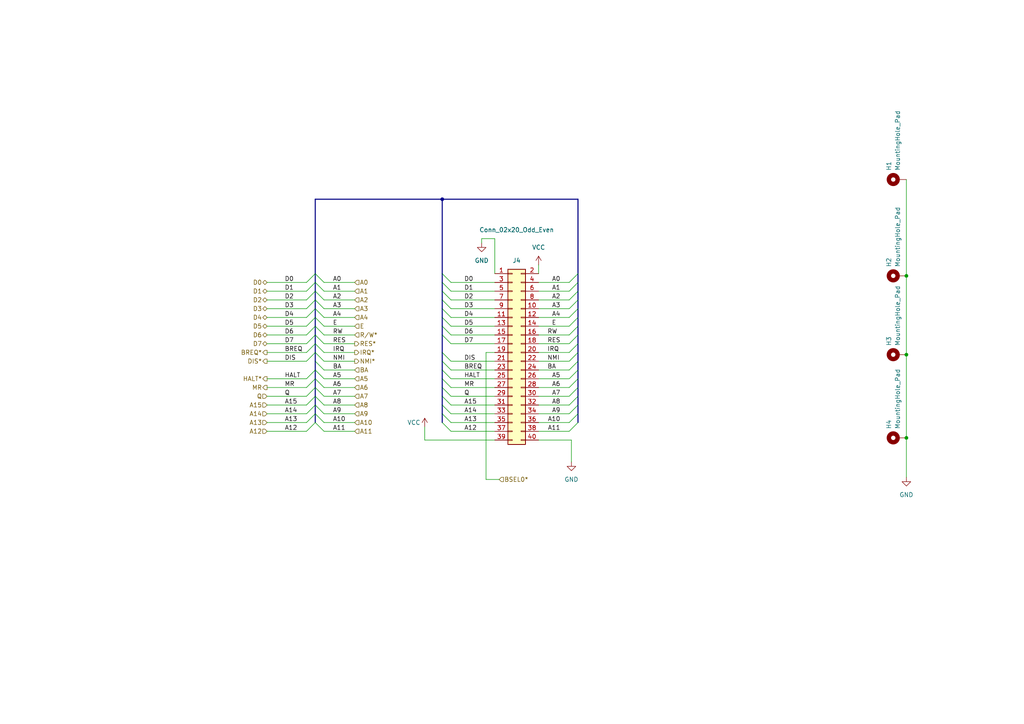
<source format=kicad_sch>
(kicad_sch
	(version 20231120)
	(generator "eeschema")
	(generator_version "8.0")
	(uuid "8686eae7-3c1a-4a76-958f-a44b15eff1a1")
	(paper "A4")
	(title_block
		(title "Mini11/8 Board V1.0")
		(date "2023-10-05")
		(rev "1")
		(company "kw")
	)
	(lib_symbols
		(symbol "Connector_Generic:Conn_02x20_Odd_Even"
			(pin_names
				(offset 1.016) hide)
			(exclude_from_sim no)
			(in_bom yes)
			(on_board yes)
			(property "Reference" "J"
				(at 1.27 25.4 0)
				(effects
					(font
						(size 1.27 1.27)
					)
				)
			)
			(property "Value" "Conn_02x20_Odd_Even"
				(at 1.27 -27.94 0)
				(effects
					(font
						(size 1.27 1.27)
					)
				)
			)
			(property "Footprint" ""
				(at 0 0 0)
				(effects
					(font
						(size 1.27 1.27)
					)
					(hide yes)
				)
			)
			(property "Datasheet" "~"
				(at 0 0 0)
				(effects
					(font
						(size 1.27 1.27)
					)
					(hide yes)
				)
			)
			(property "Description" "Generic connector, double row, 02x20, odd/even pin numbering scheme (row 1 odd numbers, row 2 even numbers), script generated (kicad-library-utils/schlib/autogen/connector/)"
				(at 0 0 0)
				(effects
					(font
						(size 1.27 1.27)
					)
					(hide yes)
				)
			)
			(property "ki_keywords" "connector"
				(at 0 0 0)
				(effects
					(font
						(size 1.27 1.27)
					)
					(hide yes)
				)
			)
			(property "ki_fp_filters" "Connector*:*_2x??_*"
				(at 0 0 0)
				(effects
					(font
						(size 1.27 1.27)
					)
					(hide yes)
				)
			)
			(symbol "Conn_02x20_Odd_Even_1_1"
				(rectangle
					(start -1.27 -25.273)
					(end 0 -25.527)
					(stroke
						(width 0.1524)
						(type default)
					)
					(fill
						(type none)
					)
				)
				(rectangle
					(start -1.27 -22.733)
					(end 0 -22.987)
					(stroke
						(width 0.1524)
						(type default)
					)
					(fill
						(type none)
					)
				)
				(rectangle
					(start -1.27 -20.193)
					(end 0 -20.447)
					(stroke
						(width 0.1524)
						(type default)
					)
					(fill
						(type none)
					)
				)
				(rectangle
					(start -1.27 -17.653)
					(end 0 -17.907)
					(stroke
						(width 0.1524)
						(type default)
					)
					(fill
						(type none)
					)
				)
				(rectangle
					(start -1.27 -15.113)
					(end 0 -15.367)
					(stroke
						(width 0.1524)
						(type default)
					)
					(fill
						(type none)
					)
				)
				(rectangle
					(start -1.27 -12.573)
					(end 0 -12.827)
					(stroke
						(width 0.1524)
						(type default)
					)
					(fill
						(type none)
					)
				)
				(rectangle
					(start -1.27 -10.033)
					(end 0 -10.287)
					(stroke
						(width 0.1524)
						(type default)
					)
					(fill
						(type none)
					)
				)
				(rectangle
					(start -1.27 -7.493)
					(end 0 -7.747)
					(stroke
						(width 0.1524)
						(type default)
					)
					(fill
						(type none)
					)
				)
				(rectangle
					(start -1.27 -4.953)
					(end 0 -5.207)
					(stroke
						(width 0.1524)
						(type default)
					)
					(fill
						(type none)
					)
				)
				(rectangle
					(start -1.27 -2.413)
					(end 0 -2.667)
					(stroke
						(width 0.1524)
						(type default)
					)
					(fill
						(type none)
					)
				)
				(rectangle
					(start -1.27 0.127)
					(end 0 -0.127)
					(stroke
						(width 0.1524)
						(type default)
					)
					(fill
						(type none)
					)
				)
				(rectangle
					(start -1.27 2.667)
					(end 0 2.413)
					(stroke
						(width 0.1524)
						(type default)
					)
					(fill
						(type none)
					)
				)
				(rectangle
					(start -1.27 5.207)
					(end 0 4.953)
					(stroke
						(width 0.1524)
						(type default)
					)
					(fill
						(type none)
					)
				)
				(rectangle
					(start -1.27 7.747)
					(end 0 7.493)
					(stroke
						(width 0.1524)
						(type default)
					)
					(fill
						(type none)
					)
				)
				(rectangle
					(start -1.27 10.287)
					(end 0 10.033)
					(stroke
						(width 0.1524)
						(type default)
					)
					(fill
						(type none)
					)
				)
				(rectangle
					(start -1.27 12.827)
					(end 0 12.573)
					(stroke
						(width 0.1524)
						(type default)
					)
					(fill
						(type none)
					)
				)
				(rectangle
					(start -1.27 15.367)
					(end 0 15.113)
					(stroke
						(width 0.1524)
						(type default)
					)
					(fill
						(type none)
					)
				)
				(rectangle
					(start -1.27 17.907)
					(end 0 17.653)
					(stroke
						(width 0.1524)
						(type default)
					)
					(fill
						(type none)
					)
				)
				(rectangle
					(start -1.27 20.447)
					(end 0 20.193)
					(stroke
						(width 0.1524)
						(type default)
					)
					(fill
						(type none)
					)
				)
				(rectangle
					(start -1.27 22.987)
					(end 0 22.733)
					(stroke
						(width 0.1524)
						(type default)
					)
					(fill
						(type none)
					)
				)
				(rectangle
					(start -1.27 24.13)
					(end 3.81 -26.67)
					(stroke
						(width 0.254)
						(type default)
					)
					(fill
						(type background)
					)
				)
				(rectangle
					(start 3.81 -25.273)
					(end 2.54 -25.527)
					(stroke
						(width 0.1524)
						(type default)
					)
					(fill
						(type none)
					)
				)
				(rectangle
					(start 3.81 -22.733)
					(end 2.54 -22.987)
					(stroke
						(width 0.1524)
						(type default)
					)
					(fill
						(type none)
					)
				)
				(rectangle
					(start 3.81 -20.193)
					(end 2.54 -20.447)
					(stroke
						(width 0.1524)
						(type default)
					)
					(fill
						(type none)
					)
				)
				(rectangle
					(start 3.81 -17.653)
					(end 2.54 -17.907)
					(stroke
						(width 0.1524)
						(type default)
					)
					(fill
						(type none)
					)
				)
				(rectangle
					(start 3.81 -15.113)
					(end 2.54 -15.367)
					(stroke
						(width 0.1524)
						(type default)
					)
					(fill
						(type none)
					)
				)
				(rectangle
					(start 3.81 -12.573)
					(end 2.54 -12.827)
					(stroke
						(width 0.1524)
						(type default)
					)
					(fill
						(type none)
					)
				)
				(rectangle
					(start 3.81 -10.033)
					(end 2.54 -10.287)
					(stroke
						(width 0.1524)
						(type default)
					)
					(fill
						(type none)
					)
				)
				(rectangle
					(start 3.81 -7.493)
					(end 2.54 -7.747)
					(stroke
						(width 0.1524)
						(type default)
					)
					(fill
						(type none)
					)
				)
				(rectangle
					(start 3.81 -4.953)
					(end 2.54 -5.207)
					(stroke
						(width 0.1524)
						(type default)
					)
					(fill
						(type none)
					)
				)
				(rectangle
					(start 3.81 -2.413)
					(end 2.54 -2.667)
					(stroke
						(width 0.1524)
						(type default)
					)
					(fill
						(type none)
					)
				)
				(rectangle
					(start 3.81 0.127)
					(end 2.54 -0.127)
					(stroke
						(width 0.1524)
						(type default)
					)
					(fill
						(type none)
					)
				)
				(rectangle
					(start 3.81 2.667)
					(end 2.54 2.413)
					(stroke
						(width 0.1524)
						(type default)
					)
					(fill
						(type none)
					)
				)
				(rectangle
					(start 3.81 5.207)
					(end 2.54 4.953)
					(stroke
						(width 0.1524)
						(type default)
					)
					(fill
						(type none)
					)
				)
				(rectangle
					(start 3.81 7.747)
					(end 2.54 7.493)
					(stroke
						(width 0.1524)
						(type default)
					)
					(fill
						(type none)
					)
				)
				(rectangle
					(start 3.81 10.287)
					(end 2.54 10.033)
					(stroke
						(width 0.1524)
						(type default)
					)
					(fill
						(type none)
					)
				)
				(rectangle
					(start 3.81 12.827)
					(end 2.54 12.573)
					(stroke
						(width 0.1524)
						(type default)
					)
					(fill
						(type none)
					)
				)
				(rectangle
					(start 3.81 15.367)
					(end 2.54 15.113)
					(stroke
						(width 0.1524)
						(type default)
					)
					(fill
						(type none)
					)
				)
				(rectangle
					(start 3.81 17.907)
					(end 2.54 17.653)
					(stroke
						(width 0.1524)
						(type default)
					)
					(fill
						(type none)
					)
				)
				(rectangle
					(start 3.81 20.447)
					(end 2.54 20.193)
					(stroke
						(width 0.1524)
						(type default)
					)
					(fill
						(type none)
					)
				)
				(rectangle
					(start 3.81 22.987)
					(end 2.54 22.733)
					(stroke
						(width 0.1524)
						(type default)
					)
					(fill
						(type none)
					)
				)
				(pin passive line
					(at -5.08 22.86 0)
					(length 3.81)
					(name "Pin_1"
						(effects
							(font
								(size 1.27 1.27)
							)
						)
					)
					(number "1"
						(effects
							(font
								(size 1.27 1.27)
							)
						)
					)
				)
				(pin passive line
					(at 7.62 12.7 180)
					(length 3.81)
					(name "Pin_10"
						(effects
							(font
								(size 1.27 1.27)
							)
						)
					)
					(number "10"
						(effects
							(font
								(size 1.27 1.27)
							)
						)
					)
				)
				(pin passive line
					(at -5.08 10.16 0)
					(length 3.81)
					(name "Pin_11"
						(effects
							(font
								(size 1.27 1.27)
							)
						)
					)
					(number "11"
						(effects
							(font
								(size 1.27 1.27)
							)
						)
					)
				)
				(pin passive line
					(at 7.62 10.16 180)
					(length 3.81)
					(name "Pin_12"
						(effects
							(font
								(size 1.27 1.27)
							)
						)
					)
					(number "12"
						(effects
							(font
								(size 1.27 1.27)
							)
						)
					)
				)
				(pin passive line
					(at -5.08 7.62 0)
					(length 3.81)
					(name "Pin_13"
						(effects
							(font
								(size 1.27 1.27)
							)
						)
					)
					(number "13"
						(effects
							(font
								(size 1.27 1.27)
							)
						)
					)
				)
				(pin passive line
					(at 7.62 7.62 180)
					(length 3.81)
					(name "Pin_14"
						(effects
							(font
								(size 1.27 1.27)
							)
						)
					)
					(number "14"
						(effects
							(font
								(size 1.27 1.27)
							)
						)
					)
				)
				(pin passive line
					(at -5.08 5.08 0)
					(length 3.81)
					(name "Pin_15"
						(effects
							(font
								(size 1.27 1.27)
							)
						)
					)
					(number "15"
						(effects
							(font
								(size 1.27 1.27)
							)
						)
					)
				)
				(pin passive line
					(at 7.62 5.08 180)
					(length 3.81)
					(name "Pin_16"
						(effects
							(font
								(size 1.27 1.27)
							)
						)
					)
					(number "16"
						(effects
							(font
								(size 1.27 1.27)
							)
						)
					)
				)
				(pin passive line
					(at -5.08 2.54 0)
					(length 3.81)
					(name "Pin_17"
						(effects
							(font
								(size 1.27 1.27)
							)
						)
					)
					(number "17"
						(effects
							(font
								(size 1.27 1.27)
							)
						)
					)
				)
				(pin passive line
					(at 7.62 2.54 180)
					(length 3.81)
					(name "Pin_18"
						(effects
							(font
								(size 1.27 1.27)
							)
						)
					)
					(number "18"
						(effects
							(font
								(size 1.27 1.27)
							)
						)
					)
				)
				(pin passive line
					(at -5.08 0 0)
					(length 3.81)
					(name "Pin_19"
						(effects
							(font
								(size 1.27 1.27)
							)
						)
					)
					(number "19"
						(effects
							(font
								(size 1.27 1.27)
							)
						)
					)
				)
				(pin passive line
					(at 7.62 22.86 180)
					(length 3.81)
					(name "Pin_2"
						(effects
							(font
								(size 1.27 1.27)
							)
						)
					)
					(number "2"
						(effects
							(font
								(size 1.27 1.27)
							)
						)
					)
				)
				(pin passive line
					(at 7.62 0 180)
					(length 3.81)
					(name "Pin_20"
						(effects
							(font
								(size 1.27 1.27)
							)
						)
					)
					(number "20"
						(effects
							(font
								(size 1.27 1.27)
							)
						)
					)
				)
				(pin passive line
					(at -5.08 -2.54 0)
					(length 3.81)
					(name "Pin_21"
						(effects
							(font
								(size 1.27 1.27)
							)
						)
					)
					(number "21"
						(effects
							(font
								(size 1.27 1.27)
							)
						)
					)
				)
				(pin passive line
					(at 7.62 -2.54 180)
					(length 3.81)
					(name "Pin_22"
						(effects
							(font
								(size 1.27 1.27)
							)
						)
					)
					(number "22"
						(effects
							(font
								(size 1.27 1.27)
							)
						)
					)
				)
				(pin passive line
					(at -5.08 -5.08 0)
					(length 3.81)
					(name "Pin_23"
						(effects
							(font
								(size 1.27 1.27)
							)
						)
					)
					(number "23"
						(effects
							(font
								(size 1.27 1.27)
							)
						)
					)
				)
				(pin passive line
					(at 7.62 -5.08 180)
					(length 3.81)
					(name "Pin_24"
						(effects
							(font
								(size 1.27 1.27)
							)
						)
					)
					(number "24"
						(effects
							(font
								(size 1.27 1.27)
							)
						)
					)
				)
				(pin passive line
					(at -5.08 -7.62 0)
					(length 3.81)
					(name "Pin_25"
						(effects
							(font
								(size 1.27 1.27)
							)
						)
					)
					(number "25"
						(effects
							(font
								(size 1.27 1.27)
							)
						)
					)
				)
				(pin passive line
					(at 7.62 -7.62 180)
					(length 3.81)
					(name "Pin_26"
						(effects
							(font
								(size 1.27 1.27)
							)
						)
					)
					(number "26"
						(effects
							(font
								(size 1.27 1.27)
							)
						)
					)
				)
				(pin passive line
					(at -5.08 -10.16 0)
					(length 3.81)
					(name "Pin_27"
						(effects
							(font
								(size 1.27 1.27)
							)
						)
					)
					(number "27"
						(effects
							(font
								(size 1.27 1.27)
							)
						)
					)
				)
				(pin passive line
					(at 7.62 -10.16 180)
					(length 3.81)
					(name "Pin_28"
						(effects
							(font
								(size 1.27 1.27)
							)
						)
					)
					(number "28"
						(effects
							(font
								(size 1.27 1.27)
							)
						)
					)
				)
				(pin passive line
					(at -5.08 -12.7 0)
					(length 3.81)
					(name "Pin_29"
						(effects
							(font
								(size 1.27 1.27)
							)
						)
					)
					(number "29"
						(effects
							(font
								(size 1.27 1.27)
							)
						)
					)
				)
				(pin passive line
					(at -5.08 20.32 0)
					(length 3.81)
					(name "Pin_3"
						(effects
							(font
								(size 1.27 1.27)
							)
						)
					)
					(number "3"
						(effects
							(font
								(size 1.27 1.27)
							)
						)
					)
				)
				(pin passive line
					(at 7.62 -12.7 180)
					(length 3.81)
					(name "Pin_30"
						(effects
							(font
								(size 1.27 1.27)
							)
						)
					)
					(number "30"
						(effects
							(font
								(size 1.27 1.27)
							)
						)
					)
				)
				(pin passive line
					(at -5.08 -15.24 0)
					(length 3.81)
					(name "Pin_31"
						(effects
							(font
								(size 1.27 1.27)
							)
						)
					)
					(number "31"
						(effects
							(font
								(size 1.27 1.27)
							)
						)
					)
				)
				(pin passive line
					(at 7.62 -15.24 180)
					(length 3.81)
					(name "Pin_32"
						(effects
							(font
								(size 1.27 1.27)
							)
						)
					)
					(number "32"
						(effects
							(font
								(size 1.27 1.27)
							)
						)
					)
				)
				(pin passive line
					(at -5.08 -17.78 0)
					(length 3.81)
					(name "Pin_33"
						(effects
							(font
								(size 1.27 1.27)
							)
						)
					)
					(number "33"
						(effects
							(font
								(size 1.27 1.27)
							)
						)
					)
				)
				(pin passive line
					(at 7.62 -17.78 180)
					(length 3.81)
					(name "Pin_34"
						(effects
							(font
								(size 1.27 1.27)
							)
						)
					)
					(number "34"
						(effects
							(font
								(size 1.27 1.27)
							)
						)
					)
				)
				(pin passive line
					(at -5.08 -20.32 0)
					(length 3.81)
					(name "Pin_35"
						(effects
							(font
								(size 1.27 1.27)
							)
						)
					)
					(number "35"
						(effects
							(font
								(size 1.27 1.27)
							)
						)
					)
				)
				(pin passive line
					(at 7.62 -20.32 180)
					(length 3.81)
					(name "Pin_36"
						(effects
							(font
								(size 1.27 1.27)
							)
						)
					)
					(number "36"
						(effects
							(font
								(size 1.27 1.27)
							)
						)
					)
				)
				(pin passive line
					(at -5.08 -22.86 0)
					(length 3.81)
					(name "Pin_37"
						(effects
							(font
								(size 1.27 1.27)
							)
						)
					)
					(number "37"
						(effects
							(font
								(size 1.27 1.27)
							)
						)
					)
				)
				(pin passive line
					(at 7.62 -22.86 180)
					(length 3.81)
					(name "Pin_38"
						(effects
							(font
								(size 1.27 1.27)
							)
						)
					)
					(number "38"
						(effects
							(font
								(size 1.27 1.27)
							)
						)
					)
				)
				(pin passive line
					(at -5.08 -25.4 0)
					(length 3.81)
					(name "Pin_39"
						(effects
							(font
								(size 1.27 1.27)
							)
						)
					)
					(number "39"
						(effects
							(font
								(size 1.27 1.27)
							)
						)
					)
				)
				(pin passive line
					(at 7.62 20.32 180)
					(length 3.81)
					(name "Pin_4"
						(effects
							(font
								(size 1.27 1.27)
							)
						)
					)
					(number "4"
						(effects
							(font
								(size 1.27 1.27)
							)
						)
					)
				)
				(pin passive line
					(at 7.62 -25.4 180)
					(length 3.81)
					(name "Pin_40"
						(effects
							(font
								(size 1.27 1.27)
							)
						)
					)
					(number "40"
						(effects
							(font
								(size 1.27 1.27)
							)
						)
					)
				)
				(pin passive line
					(at -5.08 17.78 0)
					(length 3.81)
					(name "Pin_5"
						(effects
							(font
								(size 1.27 1.27)
							)
						)
					)
					(number "5"
						(effects
							(font
								(size 1.27 1.27)
							)
						)
					)
				)
				(pin passive line
					(at 7.62 17.78 180)
					(length 3.81)
					(name "Pin_6"
						(effects
							(font
								(size 1.27 1.27)
							)
						)
					)
					(number "6"
						(effects
							(font
								(size 1.27 1.27)
							)
						)
					)
				)
				(pin passive line
					(at -5.08 15.24 0)
					(length 3.81)
					(name "Pin_7"
						(effects
							(font
								(size 1.27 1.27)
							)
						)
					)
					(number "7"
						(effects
							(font
								(size 1.27 1.27)
							)
						)
					)
				)
				(pin passive line
					(at 7.62 15.24 180)
					(length 3.81)
					(name "Pin_8"
						(effects
							(font
								(size 1.27 1.27)
							)
						)
					)
					(number "8"
						(effects
							(font
								(size 1.27 1.27)
							)
						)
					)
				)
				(pin passive line
					(at -5.08 12.7 0)
					(length 3.81)
					(name "Pin_9"
						(effects
							(font
								(size 1.27 1.27)
							)
						)
					)
					(number "9"
						(effects
							(font
								(size 1.27 1.27)
							)
						)
					)
				)
			)
		)
		(symbol "Mechanical:MountingHole_Pad"
			(pin_numbers hide)
			(pin_names
				(offset 1.016) hide)
			(exclude_from_sim no)
			(in_bom yes)
			(on_board yes)
			(property "Reference" "H"
				(at 0 6.35 0)
				(effects
					(font
						(size 1.27 1.27)
					)
				)
			)
			(property "Value" "MountingHole_Pad"
				(at 0 4.445 0)
				(effects
					(font
						(size 1.27 1.27)
					)
				)
			)
			(property "Footprint" ""
				(at 0 0 0)
				(effects
					(font
						(size 1.27 1.27)
					)
					(hide yes)
				)
			)
			(property "Datasheet" "~"
				(at 0 0 0)
				(effects
					(font
						(size 1.27 1.27)
					)
					(hide yes)
				)
			)
			(property "Description" "Mounting Hole with connection"
				(at 0 0 0)
				(effects
					(font
						(size 1.27 1.27)
					)
					(hide yes)
				)
			)
			(property "ki_keywords" "mounting hole"
				(at 0 0 0)
				(effects
					(font
						(size 1.27 1.27)
					)
					(hide yes)
				)
			)
			(property "ki_fp_filters" "MountingHole*Pad*"
				(at 0 0 0)
				(effects
					(font
						(size 1.27 1.27)
					)
					(hide yes)
				)
			)
			(symbol "MountingHole_Pad_0_1"
				(circle
					(center 0 1.27)
					(radius 1.27)
					(stroke
						(width 1.27)
						(type default)
					)
					(fill
						(type none)
					)
				)
			)
			(symbol "MountingHole_Pad_1_1"
				(pin input line
					(at 0 -2.54 90)
					(length 2.54)
					(name "1"
						(effects
							(font
								(size 1.27 1.27)
							)
						)
					)
					(number "1"
						(effects
							(font
								(size 1.27 1.27)
							)
						)
					)
				)
			)
		)
		(symbol "power:GND"
			(power)
			(pin_names
				(offset 0)
			)
			(exclude_from_sim no)
			(in_bom yes)
			(on_board yes)
			(property "Reference" "#PWR"
				(at 0 -6.35 0)
				(effects
					(font
						(size 1.27 1.27)
					)
					(hide yes)
				)
			)
			(property "Value" "GND"
				(at 0 -3.81 0)
				(effects
					(font
						(size 1.27 1.27)
					)
				)
			)
			(property "Footprint" ""
				(at 0 0 0)
				(effects
					(font
						(size 1.27 1.27)
					)
					(hide yes)
				)
			)
			(property "Datasheet" ""
				(at 0 0 0)
				(effects
					(font
						(size 1.27 1.27)
					)
					(hide yes)
				)
			)
			(property "Description" "Power symbol creates a global label with name \"GND\" , ground"
				(at 0 0 0)
				(effects
					(font
						(size 1.27 1.27)
					)
					(hide yes)
				)
			)
			(property "ki_keywords" "power-flag"
				(at 0 0 0)
				(effects
					(font
						(size 1.27 1.27)
					)
					(hide yes)
				)
			)
			(symbol "GND_0_1"
				(polyline
					(pts
						(xy 0 0) (xy 0 -1.27) (xy 1.27 -1.27) (xy 0 -2.54) (xy -1.27 -1.27) (xy 0 -1.27)
					)
					(stroke
						(width 0)
						(type default)
					)
					(fill
						(type none)
					)
				)
			)
			(symbol "GND_1_1"
				(pin power_in line
					(at 0 0 270)
					(length 0) hide
					(name "GND"
						(effects
							(font
								(size 1.27 1.27)
							)
						)
					)
					(number "1"
						(effects
							(font
								(size 1.27 1.27)
							)
						)
					)
				)
			)
		)
		(symbol "power:VCC"
			(power)
			(pin_names
				(offset 0)
			)
			(exclude_from_sim no)
			(in_bom yes)
			(on_board yes)
			(property "Reference" "#PWR"
				(at 0 -3.81 0)
				(effects
					(font
						(size 1.27 1.27)
					)
					(hide yes)
				)
			)
			(property "Value" "VCC"
				(at 0 3.81 0)
				(effects
					(font
						(size 1.27 1.27)
					)
				)
			)
			(property "Footprint" ""
				(at 0 0 0)
				(effects
					(font
						(size 1.27 1.27)
					)
					(hide yes)
				)
			)
			(property "Datasheet" ""
				(at 0 0 0)
				(effects
					(font
						(size 1.27 1.27)
					)
					(hide yes)
				)
			)
			(property "Description" "Power symbol creates a global label with name \"VCC\""
				(at 0 0 0)
				(effects
					(font
						(size 1.27 1.27)
					)
					(hide yes)
				)
			)
			(property "ki_keywords" "power-flag"
				(at 0 0 0)
				(effects
					(font
						(size 1.27 1.27)
					)
					(hide yes)
				)
			)
			(symbol "VCC_0_1"
				(polyline
					(pts
						(xy -0.762 1.27) (xy 0 2.54)
					)
					(stroke
						(width 0)
						(type default)
					)
					(fill
						(type none)
					)
				)
				(polyline
					(pts
						(xy 0 0) (xy 0 2.54)
					)
					(stroke
						(width 0)
						(type default)
					)
					(fill
						(type none)
					)
				)
				(polyline
					(pts
						(xy 0 2.54) (xy 0.762 1.27)
					)
					(stroke
						(width 0)
						(type default)
					)
					(fill
						(type none)
					)
				)
			)
			(symbol "VCC_1_1"
				(pin power_in line
					(at 0 0 90)
					(length 0) hide
					(name "VCC"
						(effects
							(font
								(size 1.27 1.27)
							)
						)
					)
					(number "1"
						(effects
							(font
								(size 1.27 1.27)
							)
						)
					)
				)
			)
		)
	)
	(junction
		(at 262.89 80.01)
		(diameter 0)
		(color 0 0 0 0)
		(uuid "217e94c6-ed64-4988-a516-229d061e9ba7")
	)
	(junction
		(at 128.27 57.785)
		(diameter 0)
		(color 0 0 0 0)
		(uuid "837c15a0-1056-4458-8152-05dffd5bef8c")
	)
	(junction
		(at 262.89 102.87)
		(diameter 0)
		(color 0 0 0 0)
		(uuid "dcca1e4f-138c-4b31-ba99-897865e9e1f5")
	)
	(junction
		(at 262.89 127)
		(diameter 0)
		(color 0 0 0 0)
		(uuid "e77c2bd7-4cfc-43af-9981-024f6cfaa162")
	)
	(bus_entry
		(at 91.44 104.775)
		(size 2.54 2.54)
		(stroke
			(width 0)
			(type default)
		)
		(uuid "00271ee8-bb70-4dd0-9613-2f4c001812df")
	)
	(bus_entry
		(at 167.64 94.615)
		(size -2.54 2.54)
		(stroke
			(width 0)
			(type default)
		)
		(uuid "012829c2-8eb7-438f-a73f-545e19a12f6d")
	)
	(bus_entry
		(at 91.44 79.375)
		(size -2.54 2.54)
		(stroke
			(width 0)
			(type default)
		)
		(uuid "02e95fe9-8134-4467-bcc3-5afa1592f662")
	)
	(bus_entry
		(at 91.44 97.155)
		(size 2.54 2.54)
		(stroke
			(width 0)
			(type default)
		)
		(uuid "0a53d3d7-1cdf-450c-b5b5-6ceed568c933")
	)
	(bus_entry
		(at 91.44 92.075)
		(size 2.54 2.54)
		(stroke
			(width 0)
			(type default)
		)
		(uuid "0d44ac20-0dec-40ab-ae95-75298288689f")
	)
	(bus_entry
		(at 91.44 120.015)
		(size -2.54 2.54)
		(stroke
			(width 0)
			(type default)
		)
		(uuid "0f0c498d-1130-45cf-978f-23e74b41a879")
	)
	(bus_entry
		(at 91.44 102.235)
		(size 2.54 2.54)
		(stroke
			(width 0)
			(type default)
		)
		(uuid "117a72e3-e69f-49e3-adba-f2c048e7863d")
	)
	(bus_entry
		(at 128.27 102.235)
		(size 2.54 2.54)
		(stroke
			(width 0)
			(type default)
		)
		(uuid "12e3aeab-3bab-4a5d-ab25-b817a12a1c3f")
	)
	(bus_entry
		(at 91.44 92.075)
		(size -2.54 2.54)
		(stroke
			(width 0)
			(type default)
		)
		(uuid "25f6d698-7138-4434-9726-a4c6cd99e9f0")
	)
	(bus_entry
		(at 128.27 112.395)
		(size 2.54 2.54)
		(stroke
			(width 0)
			(type default)
		)
		(uuid "268636f5-4c08-4678-b0af-ff587e45ea6c")
	)
	(bus_entry
		(at 91.44 79.375)
		(size 2.54 2.54)
		(stroke
			(width 0)
			(type default)
		)
		(uuid "26dc2eba-41d5-4ac5-aa71-cabbb405bf45")
	)
	(bus_entry
		(at 91.44 97.155)
		(size -2.54 2.54)
		(stroke
			(width 0)
			(type default)
		)
		(uuid "2a329735-72a7-4182-937e-046ed420092f")
	)
	(bus_entry
		(at 91.44 114.935)
		(size 2.54 2.54)
		(stroke
			(width 0)
			(type default)
		)
		(uuid "2b42a8df-465f-4b4a-9c27-dd66183d47a5")
	)
	(bus_entry
		(at 91.44 81.915)
		(size 2.54 2.54)
		(stroke
			(width 0)
			(type default)
		)
		(uuid "31a30f14-4fdf-4f4a-8b20-d2495f338b33")
	)
	(bus_entry
		(at 167.64 107.315)
		(size -2.54 2.54)
		(stroke
			(width 0)
			(type default)
		)
		(uuid "333fc011-7d38-4457-a6ba-7747a5f7b9b4")
	)
	(bus_entry
		(at 128.27 97.155)
		(size 2.54 2.54)
		(stroke
			(width 0)
			(type default)
		)
		(uuid "352147f7-07b8-4e2f-a343-91e57d172aa2")
	)
	(bus_entry
		(at 91.44 122.555)
		(size -2.54 2.54)
		(stroke
			(width 0)
			(type default)
		)
		(uuid "3b90691b-c4e8-4dad-b690-21914dd057e9")
	)
	(bus_entry
		(at 167.64 97.155)
		(size -2.54 2.54)
		(stroke
			(width 0)
			(type default)
		)
		(uuid "3ecdf6a9-6ea0-47a1-81bf-330b24e960ae")
	)
	(bus_entry
		(at 167.64 84.455)
		(size -2.54 2.54)
		(stroke
			(width 0)
			(type default)
		)
		(uuid "3ffe589c-b582-4d6c-b07e-288b3d5de447")
	)
	(bus_entry
		(at 128.27 84.455)
		(size 2.54 2.54)
		(stroke
			(width 0)
			(type default)
		)
		(uuid "40868b4a-f672-4287-8d2d-318df1dd41d4")
	)
	(bus_entry
		(at 167.64 122.555)
		(size -2.54 2.54)
		(stroke
			(width 0)
			(type default)
		)
		(uuid "41d73fef-e886-4c2e-b413-4c0b36c82fa4")
	)
	(bus_entry
		(at 128.27 122.555)
		(size 2.54 2.54)
		(stroke
			(width 0)
			(type default)
		)
		(uuid "45c0bce7-a722-4efa-a6ec-42b0b581a266")
	)
	(bus_entry
		(at 128.27 94.615)
		(size 2.54 2.54)
		(stroke
			(width 0)
			(type default)
		)
		(uuid "4d7879e3-92a5-4edb-bef6-cf360a0041d3")
	)
	(bus_entry
		(at 91.44 86.995)
		(size 2.54 2.54)
		(stroke
			(width 0)
			(type default)
		)
		(uuid "4dedeced-0a21-4533-96e6-f62e6e80a053")
	)
	(bus_entry
		(at 167.64 117.475)
		(size -2.54 2.54)
		(stroke
			(width 0)
			(type default)
		)
		(uuid "50bc55f8-37ad-46a2-a96e-537d32e2c054")
	)
	(bus_entry
		(at 128.27 109.855)
		(size 2.54 2.54)
		(stroke
			(width 0)
			(type default)
		)
		(uuid "540eea71-24e7-417c-ad6e-5732f8453352")
	)
	(bus_entry
		(at 167.64 109.855)
		(size -2.54 2.54)
		(stroke
			(width 0)
			(type default)
		)
		(uuid "54cccccf-6c6a-4c45-a419-467909957a5d")
	)
	(bus_entry
		(at 91.44 120.015)
		(size 2.54 2.54)
		(stroke
			(width 0)
			(type default)
		)
		(uuid "60e3216b-8ff8-49ea-9e6d-8dcd2ee73f80")
	)
	(bus_entry
		(at 128.27 117.475)
		(size 2.54 2.54)
		(stroke
			(width 0)
			(type default)
		)
		(uuid "622d7e97-8063-4410-bb25-f0d9b642cf70")
	)
	(bus_entry
		(at 128.27 120.015)
		(size 2.54 2.54)
		(stroke
			(width 0)
			(type default)
		)
		(uuid "636796b7-d1ac-40fb-a6b9-e221a8bbc6e9")
	)
	(bus_entry
		(at 91.44 107.315)
		(size -2.54 2.54)
		(stroke
			(width 0)
			(type default)
		)
		(uuid "63aaf4eb-e8c3-436d-a689-c7df8b62b30e")
	)
	(bus_entry
		(at 167.64 112.395)
		(size -2.54 2.54)
		(stroke
			(width 0)
			(type default)
		)
		(uuid "64604343-71e5-41f4-af46-ee9cd672fab3")
	)
	(bus_entry
		(at 91.44 99.695)
		(size -2.54 2.54)
		(stroke
			(width 0)
			(type default)
		)
		(uuid "67f74666-f17b-41bf-9561-a01ec2ea94b3")
	)
	(bus_entry
		(at 91.44 94.615)
		(size -2.54 2.54)
		(stroke
			(width 0)
			(type default)
		)
		(uuid "6b724bf4-a116-4880-bd55-885311e464f1")
	)
	(bus_entry
		(at 91.44 84.455)
		(size -2.54 2.54)
		(stroke
			(width 0)
			(type default)
		)
		(uuid "6bcf5277-8f78-4d76-a107-1313d363cd32")
	)
	(bus_entry
		(at 91.44 81.915)
		(size -2.54 2.54)
		(stroke
			(width 0)
			(type default)
		)
		(uuid "7ce9bc5c-62bb-4113-8462-249d7a6c7fd6")
	)
	(bus_entry
		(at 128.27 81.915)
		(size 2.54 2.54)
		(stroke
			(width 0)
			(type default)
		)
		(uuid "7fb027ed-03d0-463f-a81b-1891a3375886")
	)
	(bus_entry
		(at 128.27 107.315)
		(size 2.54 2.54)
		(stroke
			(width 0)
			(type default)
		)
		(uuid "80b076bb-9fa0-42b8-90ba-eb4140d09aca")
	)
	(bus_entry
		(at 128.27 89.535)
		(size 2.54 2.54)
		(stroke
			(width 0)
			(type default)
		)
		(uuid "86d8b04e-0e8d-463e-b004-d061e4f5c2a6")
	)
	(bus_entry
		(at 128.27 92.075)
		(size 2.54 2.54)
		(stroke
			(width 0)
			(type default)
		)
		(uuid "88cd1bcd-ec91-400b-ba78-9726319fb811")
	)
	(bus_entry
		(at 167.64 79.375)
		(size -2.54 2.54)
		(stroke
			(width 0)
			(type default)
		)
		(uuid "8ac01ab8-f45b-44cb-9bb4-bda6918cd771")
	)
	(bus_entry
		(at 91.44 112.395)
		(size 2.54 2.54)
		(stroke
			(width 0)
			(type default)
		)
		(uuid "8b01f2c1-167b-4e55-b10e-3cb2e8c19894")
	)
	(bus_entry
		(at 167.64 99.695)
		(size -2.54 2.54)
		(stroke
			(width 0)
			(type default)
		)
		(uuid "8b4d1661-45c2-4eb4-9981-e26d56caa015")
	)
	(bus_entry
		(at 167.64 114.935)
		(size -2.54 2.54)
		(stroke
			(width 0)
			(type default)
		)
		(uuid "8c86e75a-79fc-4748-bf02-704414c0c24d")
	)
	(bus_entry
		(at 167.64 102.235)
		(size -2.54 2.54)
		(stroke
			(width 0)
			(type default)
		)
		(uuid "8f564b77-0f33-4c29-9e9f-07360729c33a")
	)
	(bus_entry
		(at 91.44 114.935)
		(size -2.54 2.54)
		(stroke
			(width 0)
			(type default)
		)
		(uuid "90a65af2-f6bc-45f0-a668-b613973b724a")
	)
	(bus_entry
		(at 91.44 86.995)
		(size -2.54 2.54)
		(stroke
			(width 0)
			(type default)
		)
		(uuid "9117ad1f-5068-4e9c-81bb-45e1310fd6bd")
	)
	(bus_entry
		(at 91.44 102.235)
		(size -2.54 2.54)
		(stroke
			(width 0)
			(type default)
		)
		(uuid "9d1fdaf2-e6e3-4f29-996f-dbe705a58968")
	)
	(bus_entry
		(at 128.27 104.775)
		(size 2.54 2.54)
		(stroke
			(width 0)
			(type default)
		)
		(uuid "9e12f479-e55c-4934-805b-3e59f777920d")
	)
	(bus_entry
		(at 91.44 109.855)
		(size -2.54 2.54)
		(stroke
			(width 0)
			(type default)
		)
		(uuid "9ff782ff-507c-4bbd-b1b8-ba5eb13a0f67")
	)
	(bus_entry
		(at 167.64 86.995)
		(size -2.54 2.54)
		(stroke
			(width 0)
			(type default)
		)
		(uuid "a16be40a-83b1-4754-90af-2e14289329fc")
	)
	(bus_entry
		(at 91.44 94.615)
		(size 2.54 2.54)
		(stroke
			(width 0)
			(type default)
		)
		(uuid "a2633c88-796c-4166-9adb-b1a61be27eee")
	)
	(bus_entry
		(at 91.44 122.555)
		(size 2.54 2.54)
		(stroke
			(width 0)
			(type default)
		)
		(uuid "a3f70a66-04e6-4661-8b8b-611ec08ad996")
	)
	(bus_entry
		(at 91.44 117.475)
		(size -2.54 2.54)
		(stroke
			(width 0)
			(type default)
		)
		(uuid "a4333148-b361-4950-81b6-f6dc81ee15d3")
	)
	(bus_entry
		(at 128.27 79.375)
		(size 2.54 2.54)
		(stroke
			(width 0)
			(type default)
		)
		(uuid "a487e78c-d9c1-4ee9-9e6e-fcc92ae63e16")
	)
	(bus_entry
		(at 91.44 84.455)
		(size 2.54 2.54)
		(stroke
			(width 0)
			(type default)
		)
		(uuid "a5c9a67c-bd09-4791-8d74-355304f4d5c2")
	)
	(bus_entry
		(at 91.44 117.475)
		(size 2.54 2.54)
		(stroke
			(width 0)
			(type default)
		)
		(uuid "ac11da9f-ab0c-492a-bfa8-7c071cdf9cde")
	)
	(bus_entry
		(at 167.64 81.915)
		(size -2.54 2.54)
		(stroke
			(width 0)
			(type default)
		)
		(uuid "ba61258d-d27b-4ba2-8187-6e3b08fca0bb")
	)
	(bus_entry
		(at 167.64 104.775)
		(size -2.54 2.54)
		(stroke
			(width 0)
			(type default)
		)
		(uuid "bd945488-a4dd-4ea9-adfd-b735ca64ef0d")
	)
	(bus_entry
		(at 91.44 99.695)
		(size 2.54 2.54)
		(stroke
			(width 0)
			(type default)
		)
		(uuid "c516d05f-5c65-4e16-a13b-8983b9fcaa3f")
	)
	(bus_entry
		(at 128.27 114.935)
		(size 2.54 2.54)
		(stroke
			(width 0)
			(type default)
		)
		(uuid "c95fb924-01b0-474f-8565-68df4b44b20e")
	)
	(bus_entry
		(at 91.44 109.855)
		(size 2.54 2.54)
		(stroke
			(width 0)
			(type default)
		)
		(uuid "ce61ccea-eeef-4890-9a1b-fff445b3dcdb")
	)
	(bus_entry
		(at 91.44 89.535)
		(size -2.54 2.54)
		(stroke
			(width 0)
			(type default)
		)
		(uuid "d243d148-5e6f-4c93-bb1e-b4cae4945bf3")
	)
	(bus_entry
		(at 91.44 89.535)
		(size 2.54 2.54)
		(stroke
			(width 0)
			(type default)
		)
		(uuid "d2cec576-428a-443b-9c87-a85886fdcaa7")
	)
	(bus_entry
		(at 167.64 92.075)
		(size -2.54 2.54)
		(stroke
			(width 0)
			(type default)
		)
		(uuid "d4d18339-ded7-4e47-b672-ae7ff951065a")
	)
	(bus_entry
		(at 167.64 120.015)
		(size -2.54 2.54)
		(stroke
			(width 0)
			(type default)
		)
		(uuid "d6f8dd2c-4cae-4821-93e0-c0b10c80004c")
	)
	(bus_entry
		(at 91.44 107.315)
		(size 2.54 2.54)
		(stroke
			(width 0)
			(type default)
		)
		(uuid "dffb20d7-4363-461f-bced-f6fa45720a4b")
	)
	(bus_entry
		(at 167.64 89.535)
		(size -2.54 2.54)
		(stroke
			(width 0)
			(type default)
		)
		(uuid "e36b1663-cff3-4bae-b40f-7046cc3a2ab3")
	)
	(bus_entry
		(at 128.27 86.995)
		(size 2.54 2.54)
		(stroke
			(width 0)
			(type default)
		)
		(uuid "ec0d92e4-f083-4484-b785-ee3e327e2f4f")
	)
	(bus_entry
		(at 91.44 112.395)
		(size -2.54 2.54)
		(stroke
			(width 0)
			(type default)
		)
		(uuid "f13c8c02-5706-4bda-b023-cd25558f7b14")
	)
	(wire
		(pts
			(xy 77.47 120.015) (xy 88.9 120.015)
		)
		(stroke
			(width 0)
			(type default)
		)
		(uuid "023515b3-d7cc-40dc-bf10-cb4c2dc3ecb6")
	)
	(bus
		(pts
			(xy 167.64 57.785) (xy 167.64 79.375)
		)
		(stroke
			(width 0)
			(type default)
		)
		(uuid "02629e13-eb1d-4e7b-90b0-e52afa210165")
	)
	(bus
		(pts
			(xy 91.44 81.915) (xy 91.44 79.375)
		)
		(stroke
			(width 0)
			(type default)
		)
		(uuid "03001aad-fa18-4d26-887e-bfc7207e9c94")
	)
	(wire
		(pts
			(xy 130.81 81.915) (xy 143.51 81.915)
		)
		(stroke
			(width 0)
			(type default)
		)
		(uuid "08699941-69c1-4981-a7a7-ed3300fa5575")
	)
	(bus
		(pts
			(xy 128.27 97.155) (xy 128.27 102.235)
		)
		(stroke
			(width 0)
			(type default)
		)
		(uuid "0920c54f-c164-4c8f-9da6-d5a9b651b77e")
	)
	(bus
		(pts
			(xy 91.44 79.375) (xy 91.44 57.785)
		)
		(stroke
			(width 0)
			(type default)
		)
		(uuid "095bcefa-f943-46dd-b0c4-5ccef68014a8")
	)
	(bus
		(pts
			(xy 91.44 122.555) (xy 91.44 120.015)
		)
		(stroke
			(width 0)
			(type default)
		)
		(uuid "095cc50c-5d54-43cb-8fe7-e0801a884641")
	)
	(bus
		(pts
			(xy 167.64 89.535) (xy 167.64 86.995)
		)
		(stroke
			(width 0)
			(type default)
		)
		(uuid "0c9036ea-ecfa-489e-a1c2-e3c6b4b82e17")
	)
	(bus
		(pts
			(xy 128.27 117.475) (xy 128.27 114.935)
		)
		(stroke
			(width 0)
			(type default)
		)
		(uuid "0d1c23e0-a9cd-4ea6-9042-f2014e60621c")
	)
	(wire
		(pts
			(xy 130.81 86.995) (xy 143.51 86.995)
		)
		(stroke
			(width 0)
			(type default)
		)
		(uuid "0e3e5981-f4f7-4acb-8e4c-a46e09d44178")
	)
	(wire
		(pts
			(xy 130.81 117.475) (xy 143.51 117.475)
		)
		(stroke
			(width 0)
			(type default)
		)
		(uuid "0f16f6aa-cf22-490e-b289-3bddd0e146bb")
	)
	(wire
		(pts
			(xy 165.735 133.985) (xy 165.735 127.635)
		)
		(stroke
			(width 0)
			(type default)
		)
		(uuid "0f669c57-1590-44d5-9de3-92614722c266")
	)
	(wire
		(pts
			(xy 140.97 102.235) (xy 140.97 139.065)
		)
		(stroke
			(width 0)
			(type default)
		)
		(uuid "1241c5e4-3098-4197-ac23-bfb18521abdd")
	)
	(wire
		(pts
			(xy 123.19 127.635) (xy 123.19 123.825)
		)
		(stroke
			(width 0)
			(type default)
		)
		(uuid "17366eb7-ad1b-4fd5-be44-eab352394f0e")
	)
	(wire
		(pts
			(xy 77.47 125.095) (xy 88.9 125.095)
		)
		(stroke
			(width 0)
			(type default)
		)
		(uuid "1b27842f-2aeb-47b2-b73a-80cd4e465e2e")
	)
	(wire
		(pts
			(xy 156.21 86.995) (xy 165.1 86.995)
		)
		(stroke
			(width 0)
			(type default)
		)
		(uuid "1f05bdab-e2a2-485e-adc3-47a16c24d47d")
	)
	(bus
		(pts
			(xy 91.44 99.695) (xy 91.44 97.155)
		)
		(stroke
			(width 0)
			(type default)
		)
		(uuid "2165bcdd-65f8-4a7f-9833-426e07b2a9b9")
	)
	(bus
		(pts
			(xy 167.64 112.395) (xy 167.64 109.855)
		)
		(stroke
			(width 0)
			(type default)
		)
		(uuid "22670ebe-e3c6-4504-9037-fc4927073873")
	)
	(bus
		(pts
			(xy 128.27 89.535) (xy 128.27 86.995)
		)
		(stroke
			(width 0)
			(type default)
		)
		(uuid "23fec1c8-429e-4c40-8c53-c984395c1493")
	)
	(bus
		(pts
			(xy 128.27 112.395) (xy 128.27 114.935)
		)
		(stroke
			(width 0)
			(type default)
		)
		(uuid "2551d5e3-1b72-4ecf-abc7-6e956fdfaac5")
	)
	(bus
		(pts
			(xy 167.64 81.915) (xy 167.64 79.375)
		)
		(stroke
			(width 0)
			(type default)
		)
		(uuid "265c8146-29d8-4e98-97e4-61851ff383ce")
	)
	(bus
		(pts
			(xy 91.44 114.935) (xy 91.44 112.395)
		)
		(stroke
			(width 0)
			(type default)
		)
		(uuid "27f4f568-2226-4f36-8a0c-03f471990da7")
	)
	(wire
		(pts
			(xy 130.81 112.395) (xy 143.51 112.395)
		)
		(stroke
			(width 0)
			(type default)
		)
		(uuid "28d0400c-3b21-4889-bd7e-8b70964cda02")
	)
	(bus
		(pts
			(xy 91.44 86.995) (xy 91.44 84.455)
		)
		(stroke
			(width 0)
			(type default)
		)
		(uuid "2d61ebaf-aa1f-4ae8-b389-abc70caff096")
	)
	(wire
		(pts
			(xy 93.98 84.455) (xy 102.87 84.455)
		)
		(stroke
			(width 0)
			(type default)
		)
		(uuid "31948bbf-ed49-4077-a860-29086785f5a8")
	)
	(wire
		(pts
			(xy 156.21 109.855) (xy 165.1 109.855)
		)
		(stroke
			(width 0)
			(type default)
		)
		(uuid "31d2a95b-2f23-474e-af32-97a5ff5c2713")
	)
	(wire
		(pts
			(xy 130.81 107.315) (xy 143.51 107.315)
		)
		(stroke
			(width 0)
			(type default)
		)
		(uuid "33f55d20-4e82-42f7-8933-f75d1a583d5b")
	)
	(bus
		(pts
			(xy 91.44 107.315) (xy 91.44 104.775)
		)
		(stroke
			(width 0)
			(type default)
		)
		(uuid "3766a429-faf1-45f7-8a3c-f7a9369be13a")
	)
	(wire
		(pts
			(xy 77.47 117.475) (xy 88.9 117.475)
		)
		(stroke
			(width 0)
			(type default)
		)
		(uuid "37f20823-478e-40b5-9f99-bc6206a948ac")
	)
	(wire
		(pts
			(xy 93.98 97.155) (xy 102.87 97.155)
		)
		(stroke
			(width 0)
			(type default)
		)
		(uuid "381ca88e-c25f-4661-bc09-16c51b36a2d9")
	)
	(wire
		(pts
			(xy 156.21 117.475) (xy 165.1 117.475)
		)
		(stroke
			(width 0)
			(type default)
		)
		(uuid "382d02ce-ef4e-4bc7-8616-62b92d127b60")
	)
	(bus
		(pts
			(xy 167.64 84.455) (xy 167.64 81.915)
		)
		(stroke
			(width 0)
			(type default)
		)
		(uuid "38b13de4-0efe-4c46-8f18-6d596da9fc38")
	)
	(bus
		(pts
			(xy 91.44 57.785) (xy 128.27 57.785)
		)
		(stroke
			(width 0)
			(type default)
		)
		(uuid "3ac40052-d10b-4ff3-8ace-51c199f9c707")
	)
	(wire
		(pts
			(xy 93.98 92.075) (xy 102.87 92.075)
		)
		(stroke
			(width 0)
			(type default)
		)
		(uuid "3b06b567-b4c0-4951-bf7c-b7e6c8e7beeb")
	)
	(wire
		(pts
			(xy 93.98 120.015) (xy 102.87 120.015)
		)
		(stroke
			(width 0)
			(type default)
		)
		(uuid "3c53e832-dabe-4012-94b5-e34868a2dae7")
	)
	(bus
		(pts
			(xy 167.64 86.995) (xy 167.64 84.455)
		)
		(stroke
			(width 0)
			(type default)
		)
		(uuid "3d5da31f-20f1-4ed3-b6a4-6868d03cd1d2")
	)
	(bus
		(pts
			(xy 128.27 104.775) (xy 128.27 107.315)
		)
		(stroke
			(width 0)
			(type default)
		)
		(uuid "3e606ad6-07de-410a-832b-7439c4a7c51c")
	)
	(wire
		(pts
			(xy 156.21 84.455) (xy 165.1 84.455)
		)
		(stroke
			(width 0)
			(type default)
		)
		(uuid "421baf3b-faed-47e5-99d6-5644c4a83f79")
	)
	(wire
		(pts
			(xy 93.98 81.915) (xy 102.87 81.915)
		)
		(stroke
			(width 0)
			(type default)
		)
		(uuid "4468569a-027c-432c-bf2f-d1a02b6a8ea2")
	)
	(bus
		(pts
			(xy 91.44 109.855) (xy 91.44 107.315)
		)
		(stroke
			(width 0)
			(type default)
		)
		(uuid "4a33c920-bd50-4e42-9542-20353b9b6a04")
	)
	(wire
		(pts
			(xy 156.21 81.915) (xy 165.1 81.915)
		)
		(stroke
			(width 0)
			(type default)
		)
		(uuid "4e4e56ec-1adb-42d1-9efa-26f6b3b7a008")
	)
	(bus
		(pts
			(xy 128.27 109.855) (xy 128.27 112.395)
		)
		(stroke
			(width 0)
			(type default)
		)
		(uuid "4f44bd49-6fc3-4bf8-a69a-28d45873e9b9")
	)
	(bus
		(pts
			(xy 167.64 107.315) (xy 167.64 104.775)
		)
		(stroke
			(width 0)
			(type default)
		)
		(uuid "4fe56bb2-e17e-4792-9021-8d06d6bba146")
	)
	(bus
		(pts
			(xy 167.64 109.855) (xy 167.64 107.315)
		)
		(stroke
			(width 0)
			(type default)
		)
		(uuid "509671be-6d7b-426e-980a-86a33b7c1e77")
	)
	(bus
		(pts
			(xy 128.27 97.155) (xy 128.27 94.615)
		)
		(stroke
			(width 0)
			(type default)
		)
		(uuid "51c428db-a747-49fb-81d1-8f5a5334ca2a")
	)
	(wire
		(pts
			(xy 156.21 94.615) (xy 165.1 94.615)
		)
		(stroke
			(width 0)
			(type default)
		)
		(uuid "5480c3b9-8d78-4969-bee0-4c658fe2d2d1")
	)
	(wire
		(pts
			(xy 77.47 84.455) (xy 88.9 84.455)
		)
		(stroke
			(width 0)
			(type default)
		)
		(uuid "557d14c7-fce2-44ce-a7ba-61903b538bc3")
	)
	(wire
		(pts
			(xy 130.81 120.015) (xy 143.51 120.015)
		)
		(stroke
			(width 0)
			(type default)
		)
		(uuid "5d3aa5f5-2f70-48cc-bc11-ab938f48a322")
	)
	(wire
		(pts
			(xy 93.98 125.095) (xy 102.87 125.095)
		)
		(stroke
			(width 0)
			(type default)
		)
		(uuid "5da02ffc-1517-4795-93b8-20e2af5a9e0e")
	)
	(bus
		(pts
			(xy 128.27 86.995) (xy 128.27 84.455)
		)
		(stroke
			(width 0)
			(type default)
		)
		(uuid "5e4dd108-9d57-4935-8eb6-ac1232bf14ed")
	)
	(bus
		(pts
			(xy 167.64 97.155) (xy 167.64 94.615)
		)
		(stroke
			(width 0)
			(type default)
		)
		(uuid "61043488-4938-439a-8b97-99467c47d724")
	)
	(bus
		(pts
			(xy 167.64 99.695) (xy 167.64 97.155)
		)
		(stroke
			(width 0)
			(type default)
		)
		(uuid "6150f884-b414-4085-85c3-d6893ae3fc0f")
	)
	(wire
		(pts
			(xy 262.89 80.01) (xy 262.89 102.87)
		)
		(stroke
			(width 0)
			(type default)
		)
		(uuid "616e0302-be3c-45d1-ad9f-b054b5e29c40")
	)
	(bus
		(pts
			(xy 167.64 99.695) (xy 167.64 102.235)
		)
		(stroke
			(width 0)
			(type default)
		)
		(uuid "61e45c7e-63d1-4f6c-ba3c-8515ca9b7b99")
	)
	(bus
		(pts
			(xy 167.64 120.015) (xy 167.64 117.475)
		)
		(stroke
			(width 0)
			(type default)
		)
		(uuid "63b45052-7129-4c6d-8a80-b8e1d831087a")
	)
	(wire
		(pts
			(xy 130.81 114.935) (xy 143.51 114.935)
		)
		(stroke
			(width 0)
			(type default)
		)
		(uuid "64a9b15c-03a1-40b0-806d-ccd1ba5f12d7")
	)
	(wire
		(pts
			(xy 77.47 99.695) (xy 88.9 99.695)
		)
		(stroke
			(width 0)
			(type default)
		)
		(uuid "65b00181-9fab-4c49-9c3b-c289bb80c0a0")
	)
	(bus
		(pts
			(xy 167.64 122.555) (xy 167.64 120.015)
		)
		(stroke
			(width 0)
			(type default)
		)
		(uuid "69a41ba6-7350-4626-b68a-ccd60c903179")
	)
	(wire
		(pts
			(xy 93.98 99.695) (xy 102.87 99.695)
		)
		(stroke
			(width 0)
			(type default)
		)
		(uuid "710aa302-c08b-49a6-ae64-eb8d40cfc0b4")
	)
	(wire
		(pts
			(xy 77.47 94.615) (xy 88.9 94.615)
		)
		(stroke
			(width 0)
			(type default)
		)
		(uuid "7273ca85-952e-4495-a464-ca91856f9fda")
	)
	(bus
		(pts
			(xy 167.64 92.075) (xy 167.64 89.535)
		)
		(stroke
			(width 0)
			(type default)
		)
		(uuid "74fad9fe-9a48-47e7-bfec-9afc7a1c719e")
	)
	(wire
		(pts
			(xy 130.81 104.775) (xy 143.51 104.775)
		)
		(stroke
			(width 0)
			(type default)
		)
		(uuid "7985942f-266a-43b8-991c-bce86f27a70c")
	)
	(bus
		(pts
			(xy 91.44 117.475) (xy 91.44 114.935)
		)
		(stroke
			(width 0)
			(type default)
		)
		(uuid "7c8161c5-eab7-4170-bfc8-836382004ac1")
	)
	(wire
		(pts
			(xy 77.47 104.775) (xy 88.9 104.775)
		)
		(stroke
			(width 0)
			(type default)
		)
		(uuid "7cb3a08d-2a9a-4a44-8dc0-1270845aedb7")
	)
	(bus
		(pts
			(xy 91.44 99.695) (xy 91.44 102.235)
		)
		(stroke
			(width 0)
			(type default)
		)
		(uuid "7cdd2b61-3471-44b9-891d-23ec1565e647")
	)
	(wire
		(pts
			(xy 130.81 89.535) (xy 143.51 89.535)
		)
		(stroke
			(width 0)
			(type default)
		)
		(uuid "7df5e06f-3386-42c4-b095-99ad55aecf76")
	)
	(bus
		(pts
			(xy 128.27 81.915) (xy 128.27 79.375)
		)
		(stroke
			(width 0)
			(type default)
		)
		(uuid "7ea57a98-78af-439b-999b-2d6f68b50e8e")
	)
	(wire
		(pts
			(xy 93.98 109.855) (xy 102.87 109.855)
		)
		(stroke
			(width 0)
			(type default)
		)
		(uuid "7f33c9e5-31bb-484e-bcb6-0cf578b5bee4")
	)
	(bus
		(pts
			(xy 128.27 57.785) (xy 167.64 57.785)
		)
		(stroke
			(width 0)
			(type default)
		)
		(uuid "831efe82-40b8-40e1-afbf-44d2a0348240")
	)
	(wire
		(pts
			(xy 143.51 69.215) (xy 139.7 69.215)
		)
		(stroke
			(width 0)
			(type default)
		)
		(uuid "83661190-4ed2-4cf1-8160-be442a98bc0c")
	)
	(wire
		(pts
			(xy 77.47 92.075) (xy 88.9 92.075)
		)
		(stroke
			(width 0)
			(type default)
		)
		(uuid "863e93dc-0621-443f-9dab-621f33803a60")
	)
	(wire
		(pts
			(xy 143.51 79.375) (xy 143.51 69.215)
		)
		(stroke
			(width 0)
			(type default)
		)
		(uuid "87976616-130b-452c-804b-65364b2311b4")
	)
	(bus
		(pts
			(xy 128.27 122.555) (xy 128.27 120.015)
		)
		(stroke
			(width 0)
			(type default)
		)
		(uuid "8931127d-ad93-4385-a3f8-2b32e9ae11e2")
	)
	(wire
		(pts
			(xy 93.98 94.615) (xy 102.87 94.615)
		)
		(stroke
			(width 0)
			(type default)
		)
		(uuid "8953531d-425e-47dc-806f-15428ad1c010")
	)
	(wire
		(pts
			(xy 93.98 117.475) (xy 102.87 117.475)
		)
		(stroke
			(width 0)
			(type default)
		)
		(uuid "8ad3feba-94da-439a-b264-8941073696a9")
	)
	(wire
		(pts
			(xy 140.97 139.065) (xy 144.78 139.065)
		)
		(stroke
			(width 0)
			(type default)
		)
		(uuid "8b5a88a6-fbfb-4221-a278-daa211e673d6")
	)
	(wire
		(pts
			(xy 156.21 97.155) (xy 165.1 97.155)
		)
		(stroke
			(width 0)
			(type default)
		)
		(uuid "8bd09367-2127-46ec-883a-e17c1c1ebcb3")
	)
	(wire
		(pts
			(xy 130.81 97.155) (xy 143.51 97.155)
		)
		(stroke
			(width 0)
			(type default)
		)
		(uuid "8e52a0a5-5e5b-4141-874b-8cdf0bb3e189")
	)
	(wire
		(pts
			(xy 156.21 120.015) (xy 165.1 120.015)
		)
		(stroke
			(width 0)
			(type default)
		)
		(uuid "8ee88e48-73fc-4917-8928-3d6b817ac04b")
	)
	(wire
		(pts
			(xy 130.81 125.095) (xy 143.51 125.095)
		)
		(stroke
			(width 0)
			(type default)
		)
		(uuid "9063e0ac-be4e-4c58-ac24-30aede522079")
	)
	(bus
		(pts
			(xy 167.64 117.475) (xy 167.64 114.935)
		)
		(stroke
			(width 0)
			(type default)
		)
		(uuid "973a3c1b-3faf-420f-ae39-fa6e017f8a7e")
	)
	(bus
		(pts
			(xy 91.44 92.075) (xy 91.44 89.535)
		)
		(stroke
			(width 0)
			(type default)
		)
		(uuid "9af96dc6-d5f0-47b8-afdd-866e71991e59")
	)
	(wire
		(pts
			(xy 262.89 127) (xy 262.89 102.87)
		)
		(stroke
			(width 0)
			(type default)
		)
		(uuid "9b123083-6b9a-471c-b23c-0586431e8649")
	)
	(wire
		(pts
			(xy 130.81 84.455) (xy 143.51 84.455)
		)
		(stroke
			(width 0)
			(type default)
		)
		(uuid "9b173d65-f5ce-4225-841b-9db5429a60c0")
	)
	(wire
		(pts
			(xy 77.47 114.935) (xy 88.9 114.935)
		)
		(stroke
			(width 0)
			(type default)
		)
		(uuid "9b4899d6-d78d-49f9-ab0b-c0252c5e9495")
	)
	(wire
		(pts
			(xy 156.21 114.935) (xy 165.1 114.935)
		)
		(stroke
			(width 0)
			(type default)
		)
		(uuid "9c1a41ab-2501-4cd9-add2-18f08a19456e")
	)
	(wire
		(pts
			(xy 93.98 122.555) (xy 102.87 122.555)
		)
		(stroke
			(width 0)
			(type default)
		)
		(uuid "9dcde1cd-c016-404a-8314-7812a350d07f")
	)
	(wire
		(pts
			(xy 77.47 112.395) (xy 88.9 112.395)
		)
		(stroke
			(width 0)
			(type default)
		)
		(uuid "a534bf92-2eed-4f25-9f0e-c122145caeea")
	)
	(wire
		(pts
			(xy 93.98 89.535) (xy 102.87 89.535)
		)
		(stroke
			(width 0)
			(type default)
		)
		(uuid "a5ab06af-7c18-4723-9893-0b8db9e5b3bc")
	)
	(wire
		(pts
			(xy 140.97 102.235) (xy 143.51 102.235)
		)
		(stroke
			(width 0)
			(type default)
		)
		(uuid "a5b2baba-de93-4644-9b08-96af3505716b")
	)
	(bus
		(pts
			(xy 91.44 84.455) (xy 91.44 81.915)
		)
		(stroke
			(width 0)
			(type default)
		)
		(uuid "a9383d6a-abe4-4e03-80cd-d5f2d557b43d")
	)
	(bus
		(pts
			(xy 91.44 120.015) (xy 91.44 117.475)
		)
		(stroke
			(width 0)
			(type default)
		)
		(uuid "ada489b4-3624-4c99-8a67-93f8ffb8f9fe")
	)
	(wire
		(pts
			(xy 156.21 92.075) (xy 165.1 92.075)
		)
		(stroke
			(width 0)
			(type default)
		)
		(uuid "b426bb36-698d-4786-9c81-a6e2f80046b2")
	)
	(bus
		(pts
			(xy 91.44 94.615) (xy 91.44 92.075)
		)
		(stroke
			(width 0)
			(type default)
		)
		(uuid "b56edefb-4a3e-45fa-8469-9546f6bde371")
	)
	(wire
		(pts
			(xy 130.81 99.695) (xy 143.51 99.695)
		)
		(stroke
			(width 0)
			(type default)
		)
		(uuid "b68b36ca-5f61-4399-a4a4-c9b79334aa1b")
	)
	(wire
		(pts
			(xy 143.51 127.635) (xy 123.19 127.635)
		)
		(stroke
			(width 0)
			(type default)
		)
		(uuid "b6eb35c2-ac61-4555-bccd-65ca70ff1860")
	)
	(wire
		(pts
			(xy 165.735 127.635) (xy 156.21 127.635)
		)
		(stroke
			(width 0)
			(type default)
		)
		(uuid "bac73c48-2ab5-41cd-a53f-2ede3854e5f4")
	)
	(bus
		(pts
			(xy 128.27 102.235) (xy 128.27 104.775)
		)
		(stroke
			(width 0)
			(type default)
		)
		(uuid "bca5ce79-a7c1-46af-820e-9b79a0a498dc")
	)
	(wire
		(pts
			(xy 156.21 102.235) (xy 165.1 102.235)
		)
		(stroke
			(width 0)
			(type default)
		)
		(uuid "bdfd2a4e-d36f-4b00-9833-9dcd1305357f")
	)
	(bus
		(pts
			(xy 167.64 94.615) (xy 167.64 92.075)
		)
		(stroke
			(width 0)
			(type default)
		)
		(uuid "c2b2c9db-d896-4e5f-8266-20c9cb2faacd")
	)
	(bus
		(pts
			(xy 167.64 114.935) (xy 167.64 112.395)
		)
		(stroke
			(width 0)
			(type default)
		)
		(uuid "c4df24b3-5998-4517-b204-99ae07db003c")
	)
	(wire
		(pts
			(xy 156.21 122.555) (xy 165.1 122.555)
		)
		(stroke
			(width 0)
			(type default)
		)
		(uuid "c76d25ec-ca49-435e-b54d-77ed1d156511")
	)
	(bus
		(pts
			(xy 128.27 89.535) (xy 128.27 92.075)
		)
		(stroke
			(width 0)
			(type default)
		)
		(uuid "cdc4a10e-ba01-4f86-b666-3cb9c05b9110")
	)
	(bus
		(pts
			(xy 128.27 57.785) (xy 128.27 79.375)
		)
		(stroke
			(width 0)
			(type default)
		)
		(uuid "d0474725-472d-4cb3-a21d-c0323f63af0c")
	)
	(bus
		(pts
			(xy 128.27 120.015) (xy 128.27 117.475)
		)
		(stroke
			(width 0)
			(type default)
		)
		(uuid "d10c0f6f-26bd-4e35-83d6-bc4bbdf099ff")
	)
	(wire
		(pts
			(xy 130.81 92.075) (xy 143.51 92.075)
		)
		(stroke
			(width 0)
			(type default)
		)
		(uuid "d11ebffa-255c-4659-9cf7-e0b039444e19")
	)
	(bus
		(pts
			(xy 128.27 84.455) (xy 128.27 81.915)
		)
		(stroke
			(width 0)
			(type default)
		)
		(uuid "d2ba0aa2-f9c2-4f69-94bd-e208e8c4ab67")
	)
	(wire
		(pts
			(xy 93.98 104.775) (xy 102.87 104.775)
		)
		(stroke
			(width 0)
			(type default)
		)
		(uuid "d2f72cbc-e1a3-49c0-b76e-d4b4cbb83949")
	)
	(wire
		(pts
			(xy 130.81 109.855) (xy 143.51 109.855)
		)
		(stroke
			(width 0)
			(type default)
		)
		(uuid "d3d32e1b-93fa-4fd5-a970-a881632d160c")
	)
	(bus
		(pts
			(xy 128.27 109.855) (xy 128.27 107.315)
		)
		(stroke
			(width 0)
			(type default)
		)
		(uuid "d4337d4a-920a-4d72-87a5-7e866dd11cc4")
	)
	(wire
		(pts
			(xy 93.98 102.235) (xy 102.87 102.235)
		)
		(stroke
			(width 0)
			(type default)
		)
		(uuid "d475b65c-8aff-4afb-97e1-c54e2ac8b8df")
	)
	(wire
		(pts
			(xy 93.98 114.935) (xy 102.87 114.935)
		)
		(stroke
			(width 0)
			(type default)
		)
		(uuid "d4db78ae-8851-47c1-9ce0-d7ce10de305e")
	)
	(wire
		(pts
			(xy 77.47 102.235) (xy 88.9 102.235)
		)
		(stroke
			(width 0)
			(type default)
		)
		(uuid "d6ca1181-66dc-4d0a-8687-fcd3ef65c8bb")
	)
	(wire
		(pts
			(xy 77.47 89.535) (xy 88.9 89.535)
		)
		(stroke
			(width 0)
			(type default)
		)
		(uuid "d8fc23cb-8313-40e2-a7dd-ca6ce257349d")
	)
	(wire
		(pts
			(xy 130.81 122.555) (xy 143.51 122.555)
		)
		(stroke
			(width 0)
			(type default)
		)
		(uuid "da24eee3-5f83-4494-9625-aed1a163064a")
	)
	(wire
		(pts
			(xy 156.21 79.375) (xy 156.21 76.835)
		)
		(stroke
			(width 0)
			(type default)
		)
		(uuid "ded44523-7125-4c29-866a-98008cb660ee")
	)
	(wire
		(pts
			(xy 93.98 107.315) (xy 102.87 107.315)
		)
		(stroke
			(width 0)
			(type default)
		)
		(uuid "e1a2236e-9438-4cf8-9628-4a2edf553390")
	)
	(wire
		(pts
			(xy 156.21 107.315) (xy 165.1 107.315)
		)
		(stroke
			(width 0)
			(type default)
		)
		(uuid "e29ec647-b565-408b-afb5-4972671db07c")
	)
	(wire
		(pts
			(xy 156.21 104.775) (xy 165.1 104.775)
		)
		(stroke
			(width 0)
			(type default)
		)
		(uuid "e314bcb7-e31e-4475-87e3-694b45678004")
	)
	(bus
		(pts
			(xy 91.44 112.395) (xy 91.44 109.855)
		)
		(stroke
			(width 0)
			(type default)
		)
		(uuid "e3287ecb-32fe-4cf0-8770-eefef520e6b7")
	)
	(wire
		(pts
			(xy 77.47 97.155) (xy 88.9 97.155)
		)
		(stroke
			(width 0)
			(type default)
		)
		(uuid "e3e6ac7c-60bc-4b95-a2b4-e88372744ce9")
	)
	(wire
		(pts
			(xy 139.7 69.215) (xy 139.7 70.485)
		)
		(stroke
			(width 0)
			(type default)
		)
		(uuid "e45d84fe-a896-4a27-a039-784fcb3533f8")
	)
	(bus
		(pts
			(xy 167.64 104.775) (xy 167.64 102.235)
		)
		(stroke
			(width 0)
			(type default)
		)
		(uuid "e5347098-15be-43e4-b569-8b1a26f5f068")
	)
	(wire
		(pts
			(xy 93.98 86.995) (xy 102.87 86.995)
		)
		(stroke
			(width 0)
			(type default)
		)
		(uuid "e59fb4ac-8768-4e00-94fe-18efa3ffd6ec")
	)
	(wire
		(pts
			(xy 156.21 99.695) (xy 165.1 99.695)
		)
		(stroke
			(width 0)
			(type default)
		)
		(uuid "e6ab0e22-a23d-4ea6-b91f-f33ab612b102")
	)
	(bus
		(pts
			(xy 91.44 97.155) (xy 91.44 94.615)
		)
		(stroke
			(width 0)
			(type default)
		)
		(uuid "e7fa0761-172b-44c0-9c72-106e7a952189")
	)
	(wire
		(pts
			(xy 77.47 81.915) (xy 88.9 81.915)
		)
		(stroke
			(width 0)
			(type default)
		)
		(uuid "e9f39ed7-d434-4f41-a4fe-ccb1c8ecf894")
	)
	(wire
		(pts
			(xy 156.21 89.535) (xy 165.1 89.535)
		)
		(stroke
			(width 0)
			(type default)
		)
		(uuid "eaf46d0e-0c68-46b7-be1b-20425c0d41bc")
	)
	(wire
		(pts
			(xy 262.89 52.07) (xy 262.89 80.01)
		)
		(stroke
			(width 0)
			(type default)
		)
		(uuid "ebcb5386-786e-480f-82bf-86a3a550282b")
	)
	(wire
		(pts
			(xy 77.47 122.555) (xy 88.9 122.555)
		)
		(stroke
			(width 0)
			(type default)
		)
		(uuid "ec3df0b2-fcd1-4534-bb4d-f1ee5b29e571")
	)
	(wire
		(pts
			(xy 130.81 94.615) (xy 143.51 94.615)
		)
		(stroke
			(width 0)
			(type default)
		)
		(uuid "ece3fdb0-03b8-4287-8f99-8109e47b1b4d")
	)
	(bus
		(pts
			(xy 128.27 94.615) (xy 128.27 92.075)
		)
		(stroke
			(width 0)
			(type default)
		)
		(uuid "edde158a-1f7c-4cfa-aeb4-d2e91442db50")
	)
	(bus
		(pts
			(xy 91.44 89.535) (xy 91.44 86.995)
		)
		(stroke
			(width 0)
			(type default)
		)
		(uuid "f1d55d7d-af10-4a27-a804-1f17c7ebb18b")
	)
	(bus
		(pts
			(xy 91.44 104.775) (xy 91.44 102.235)
		)
		(stroke
			(width 0)
			(type default)
		)
		(uuid "f24e871a-828f-4d5a-ad72-03105b6d52dd")
	)
	(wire
		(pts
			(xy 156.21 125.095) (xy 165.1 125.095)
		)
		(stroke
			(width 0)
			(type default)
		)
		(uuid "f278b702-95c0-46f7-9a53-7cff8397b098")
	)
	(wire
		(pts
			(xy 93.98 112.395) (xy 102.87 112.395)
		)
		(stroke
			(width 0)
			(type default)
		)
		(uuid "f36d9ab8-3360-47b8-9d84-89f4a40e215b")
	)
	(wire
		(pts
			(xy 156.21 112.395) (xy 165.1 112.395)
		)
		(stroke
			(width 0)
			(type default)
		)
		(uuid "f5d6c5ce-4df2-4276-863b-32062b49b356")
	)
	(wire
		(pts
			(xy 77.47 109.855) (xy 88.9 109.855)
		)
		(stroke
			(width 0)
			(type default)
		)
		(uuid "f7e72d73-e447-4df3-9213-ebdc600b8b22")
	)
	(wire
		(pts
			(xy 262.89 138.43) (xy 262.89 127)
		)
		(stroke
			(width 0)
			(type default)
		)
		(uuid "fe204d06-5440-4451-917b-5d05c9ec5b21")
	)
	(wire
		(pts
			(xy 77.47 86.995) (xy 88.9 86.995)
		)
		(stroke
			(width 0)
			(type default)
		)
		(uuid "ffd54610-a803-4512-bff3-f7b351bb75e7")
	)
	(label "RES"
		(at 158.75 99.695 0)
		(fields_autoplaced yes)
		(effects
			(font
				(size 1.27 1.27)
			)
			(justify left bottom)
		)
		(uuid "08914ada-fbfd-4cf1-a0ae-eb47f4bfe621")
	)
	(label "RW"
		(at 96.52 97.155 0)
		(fields_autoplaced yes)
		(effects
			(font
				(size 1.27 1.27)
			)
			(justify left bottom)
		)
		(uuid "0989d6ec-1730-4365-94e2-79cfbfafd56a")
	)
	(label "A8"
		(at 96.52 117.475 0)
		(fields_autoplaced yes)
		(effects
			(font
				(size 1.27 1.27)
			)
			(justify left bottom)
		)
		(uuid "10ffa6dc-8e3e-4335-a9a3-d46d12b47bb9")
	)
	(label "D7"
		(at 134.62 99.695 0)
		(fields_autoplaced yes)
		(effects
			(font
				(size 1.27 1.27)
			)
			(justify left bottom)
		)
		(uuid "1255bf5e-f7ea-4fe1-9acc-2933822f3e20")
	)
	(label "D3"
		(at 134.62 89.535 0)
		(fields_autoplaced yes)
		(effects
			(font
				(size 1.27 1.27)
			)
			(justify left bottom)
		)
		(uuid "1a4fd51e-09e4-4a38-b053-7206a1fa058b")
	)
	(label "D2"
		(at 134.62 86.995 0)
		(fields_autoplaced yes)
		(effects
			(font
				(size 1.27 1.27)
			)
			(justify left bottom)
		)
		(uuid "27c31023-1591-427a-92e8-d02d3eab6dba")
	)
	(label "D1"
		(at 134.62 84.455 0)
		(fields_autoplaced yes)
		(effects
			(font
				(size 1.27 1.27)
			)
			(justify left bottom)
		)
		(uuid "32889e19-1fb4-4127-972e-b3807342b574")
	)
	(label "A13"
		(at 82.55 122.555 0)
		(fields_autoplaced yes)
		(effects
			(font
				(size 1.27 1.27)
			)
			(justify left bottom)
		)
		(uuid "350c7894-4a1b-44e2-8c4c-81be0bedf827")
	)
	(label "A4"
		(at 96.52 92.075 0)
		(fields_autoplaced yes)
		(effects
			(font
				(size 1.27 1.27)
			)
			(justify left bottom)
		)
		(uuid "359a65c3-25fd-45c4-adc8-032d8a940cb5")
	)
	(label "D2"
		(at 82.55 86.995 0)
		(fields_autoplaced yes)
		(effects
			(font
				(size 1.27 1.27)
			)
			(justify left bottom)
		)
		(uuid "41c8784d-f3cc-43a0-9085-54d25780f015")
	)
	(label "A4"
		(at 162.56 92.075 180)
		(fields_autoplaced yes)
		(effects
			(font
				(size 1.27 1.27)
			)
			(justify right bottom)
		)
		(uuid "4568e08e-bc0e-4b0a-902a-2616d41f4ca5")
	)
	(label "A3"
		(at 96.52 89.535 0)
		(fields_autoplaced yes)
		(effects
			(font
				(size 1.27 1.27)
			)
			(justify left bottom)
		)
		(uuid "461f4c1f-7961-4cf0-b52a-4d2db40459d2")
	)
	(label "IRQ"
		(at 158.75 102.235 0)
		(fields_autoplaced yes)
		(effects
			(font
				(size 1.27 1.27)
			)
			(justify left bottom)
		)
		(uuid "490533ee-ca99-47b1-9b51-a1fb90ec7cb2")
	)
	(label "A7"
		(at 162.56 114.935 180)
		(fields_autoplaced yes)
		(effects
			(font
				(size 1.27 1.27)
			)
			(justify right bottom)
		)
		(uuid "588b5349-e4a5-400e-b0d2-db7ee20cbed4")
	)
	(label "A1"
		(at 162.56 84.455 180)
		(fields_autoplaced yes)
		(effects
			(font
				(size 1.27 1.27)
			)
			(justify right bottom)
		)
		(uuid "5ffae801-76bc-42f9-98cb-521d8cd907aa")
	)
	(label "A2"
		(at 96.52 86.995 0)
		(fields_autoplaced yes)
		(effects
			(font
				(size 1.27 1.27)
			)
			(justify left bottom)
		)
		(uuid "660e0a26-d1fe-4ec1-830f-0f08dc30cb94")
	)
	(label "A11"
		(at 96.52 125.095 0)
		(fields_autoplaced yes)
		(effects
			(font
				(size 1.27 1.27)
			)
			(justify left bottom)
		)
		(uuid "67041046-4317-4572-809c-b9f2e22a3a38")
	)
	(label "A8"
		(at 162.56 117.475 180)
		(fields_autoplaced yes)
		(effects
			(font
				(size 1.27 1.27)
			)
			(justify right bottom)
		)
		(uuid "67860812-6d30-4166-9435-6e97ffd4b293")
	)
	(label "A6"
		(at 162.56 112.395 180)
		(fields_autoplaced yes)
		(effects
			(font
				(size 1.27 1.27)
			)
			(justify right bottom)
		)
		(uuid "7153d6b2-9dc0-42e1-82a6-213825c04ad2")
	)
	(label "A10"
		(at 162.56 122.555 180)
		(fields_autoplaced yes)
		(effects
			(font
				(size 1.27 1.27)
			)
			(justify right bottom)
		)
		(uuid "7267ee29-317d-4b49-8b0d-13fcb07e718b")
	)
	(label "D1"
		(at 82.55 84.455 0)
		(fields_autoplaced yes)
		(effects
			(font
				(size 1.27 1.27)
			)
			(justify left bottom)
		)
		(uuid "744dd92a-5aa4-4c89-8688-a68d28d6329f")
	)
	(label "E"
		(at 96.52 94.615 0)
		(fields_autoplaced yes)
		(effects
			(font
				(size 1.27 1.27)
			)
			(justify left bottom)
		)
		(uuid "78bb4617-7448-4e5d-9e15-b0650bd73741")
	)
	(label "A15"
		(at 134.62 117.475 0)
		(fields_autoplaced yes)
		(effects
			(font
				(size 1.27 1.27)
			)
			(justify left bottom)
		)
		(uuid "79c3f92e-d24a-43f0-80eb-1fe24cce58d5")
	)
	(label "A14"
		(at 82.55 120.015 0)
		(fields_autoplaced yes)
		(effects
			(font
				(size 1.27 1.27)
			)
			(justify left bottom)
		)
		(uuid "7c777c15-ac2c-4e20-9138-b55acac8bf6d")
	)
	(label "D4"
		(at 82.55 92.075 0)
		(fields_autoplaced yes)
		(effects
			(font
				(size 1.27 1.27)
			)
			(justify left bottom)
		)
		(uuid "7ced5e86-299f-4bb5-bb14-7833375ffcd6")
	)
	(label "A3"
		(at 162.56 89.535 180)
		(fields_autoplaced yes)
		(effects
			(font
				(size 1.27 1.27)
			)
			(justify right bottom)
		)
		(uuid "81dcf173-c9b8-4f2e-b45c-8ec0aca45579")
	)
	(label "RES"
		(at 96.52 99.695 0)
		(fields_autoplaced yes)
		(effects
			(font
				(size 1.27 1.27)
			)
			(justify left bottom)
		)
		(uuid "8226a8c7-033e-48e3-a0bf-b29cb7fb60c1")
	)
	(label "A1"
		(at 96.52 84.455 0)
		(fields_autoplaced yes)
		(effects
			(font
				(size 1.27 1.27)
			)
			(justify left bottom)
		)
		(uuid "83228c0d-99b5-4cb1-828e-13f27c75b930")
	)
	(label "BREQ"
		(at 82.55 102.235 0)
		(fields_autoplaced yes)
		(effects
			(font
				(size 1.27 1.27)
			)
			(justify left bottom)
		)
		(uuid "8391f015-1b8a-4911-89de-7c2ac9791776")
	)
	(label "D4"
		(at 134.62 92.075 0)
		(fields_autoplaced yes)
		(effects
			(font
				(size 1.27 1.27)
			)
			(justify left bottom)
		)
		(uuid "83b2f133-b9fc-46e2-a71e-cd3d36dd8cf4")
	)
	(label "DIS"
		(at 82.55 104.775 0)
		(fields_autoplaced yes)
		(effects
			(font
				(size 1.27 1.27)
			)
			(justify left bottom)
		)
		(uuid "83e30d29-c8cd-42f9-ba37-cd1018ffd078")
	)
	(label "A11"
		(at 162.56 125.095 180)
		(fields_autoplaced yes)
		(effects
			(font
				(size 1.27 1.27)
			)
			(justify right bottom)
		)
		(uuid "840fb63c-cded-40e5-8a58-36a69e108430")
	)
	(label "D0"
		(at 82.55 81.915 0)
		(fields_autoplaced yes)
		(effects
			(font
				(size 1.27 1.27)
			)
			(justify left bottom)
		)
		(uuid "87ee448d-a073-4674-a30f-548f19609166")
	)
	(label "A14"
		(at 134.62 120.015 0)
		(fields_autoplaced yes)
		(effects
			(font
				(size 1.27 1.27)
			)
			(justify left bottom)
		)
		(uuid "8a1d6cd0-19bc-4b04-bd54-06216b0d03b9")
	)
	(label "D6"
		(at 82.55 97.155 0)
		(fields_autoplaced yes)
		(effects
			(font
				(size 1.27 1.27)
			)
			(justify left bottom)
		)
		(uuid "8d80ca90-6140-4c7a-ad5b-0c1129e6bae8")
	)
	(label "BA"
		(at 158.75 107.315 0)
		(fields_autoplaced yes)
		(effects
			(font
				(size 1.27 1.27)
			)
			(justify left bottom)
		)
		(uuid "90587551-3a46-4975-b3eb-a533d49802a6")
	)
	(label "D7"
		(at 82.55 99.695 0)
		(fields_autoplaced yes)
		(effects
			(font
				(size 1.27 1.27)
			)
			(justify left bottom)
		)
		(uuid "9062dea2-9627-4c61-b6ee-4d9bd1dc973a")
	)
	(label "MR"
		(at 82.55 112.395 0)
		(fields_autoplaced yes)
		(effects
			(font
				(size 1.27 1.27)
			)
			(justify left bottom)
		)
		(uuid "97bd080d-5bde-4311-96b2-a713cb7e5919")
	)
	(label "NMI"
		(at 96.52 104.775 0)
		(fields_autoplaced yes)
		(effects
			(font
				(size 1.27 1.27)
			)
			(justify left bottom)
		)
		(uuid "9b2fc5bd-0243-4d91-b155-d9c2e15c1500")
	)
	(label "A6"
		(at 96.52 112.395 0)
		(fields_autoplaced yes)
		(effects
			(font
				(size 1.27 1.27)
			)
			(justify left bottom)
		)
		(uuid "9bbf66ea-5e30-4df0-b1a9-54f2efef0141")
	)
	(label "A12"
		(at 82.55 125.095 0)
		(fields_autoplaced yes)
		(effects
			(font
				(size 1.27 1.27)
			)
			(justify left bottom)
		)
		(uuid "9d7cdfcb-68be-4729-a73f-b52fc4d7ccfa")
	)
	(label "NMI"
		(at 158.75 104.775 0)
		(fields_autoplaced yes)
		(effects
			(font
				(size 1.27 1.27)
			)
			(justify left bottom)
		)
		(uuid "a3c1f8ae-95c0-4d3c-b9ae-0971060b4306")
	)
	(label "E"
		(at 160.02 94.615 0)
		(fields_autoplaced yes)
		(effects
			(font
				(size 1.27 1.27)
			)
			(justify left bottom)
		)
		(uuid "aac0a0e5-2795-4c65-aea7-c6c2636d6905")
	)
	(label "A10"
		(at 96.52 122.555 0)
		(fields_autoplaced yes)
		(effects
			(font
				(size 1.27 1.27)
			)
			(justify left bottom)
		)
		(uuid "af66eb40-3bbb-4b54-9b9a-7b223ad00763")
	)
	(label "D5"
		(at 82.55 94.615 0)
		(fields_autoplaced yes)
		(effects
			(font
				(size 1.27 1.27)
			)
			(justify left bottom)
		)
		(uuid "afb6585d-ed29-41ca-ab95-9c9c98a1f549")
	)
	(label "DIS"
		(at 134.62 104.775 0)
		(fields_autoplaced yes)
		(effects
			(font
				(size 1.27 1.27)
			)
			(justify left bottom)
		)
		(uuid "b0a6b563-633f-4a28-a12e-2eb3718d8fda")
	)
	(label "A0"
		(at 96.52 81.915 0)
		(fields_autoplaced yes)
		(effects
			(font
				(size 1.27 1.27)
			)
			(justify left bottom)
		)
		(uuid "b6bb0fce-8b0d-4215-985c-207ac73d631c")
	)
	(label "D5"
		(at 134.62 94.615 0)
		(fields_autoplaced yes)
		(effects
			(font
				(size 1.27 1.27)
			)
			(justify left bottom)
		)
		(uuid "bdc16d66-fd23-43dd-ac86-74127ef4178f")
	)
	(label "IRQ"
		(at 96.52 102.235 0)
		(fields_autoplaced yes)
		(effects
			(font
				(size 1.27 1.27)
			)
			(justify left bottom)
		)
		(uuid "bdfaa25a-3b27-4395-9848-543367c03561")
	)
	(label "D6"
		(at 134.62 97.155 0)
		(fields_autoplaced yes)
		(effects
			(font
				(size 1.27 1.27)
			)
			(justify left bottom)
		)
		(uuid "be72698c-0610-4ce2-b660-1365902709d7")
	)
	(label "RW"
		(at 158.75 97.155 0)
		(fields_autoplaced yes)
		(effects
			(font
				(size 1.27 1.27)
			)
			(justify left bottom)
		)
		(uuid "c2cf2733-67ee-4a23-8d11-cdc260fd1156")
	)
	(label "D0"
		(at 134.62 81.915 0)
		(fields_autoplaced yes)
		(effects
			(font
				(size 1.27 1.27)
			)
			(justify left bottom)
		)
		(uuid "c332fc1f-e48a-4a0d-bc25-e1988d217bbb")
	)
	(label "A2"
		(at 162.56 86.995 180)
		(fields_autoplaced yes)
		(effects
			(font
				(size 1.27 1.27)
			)
			(justify right bottom)
		)
		(uuid "c45c5475-5d8f-424d-8fef-fb417eb1bdcc")
	)
	(label "A9"
		(at 96.52 120.015 0)
		(fields_autoplaced yes)
		(effects
			(font
				(size 1.27 1.27)
			)
			(justify left bottom)
		)
		(uuid "c4a4946f-fee3-4033-a99f-d8f220ccad50")
	)
	(label "HALT"
		(at 134.62 109.855 0)
		(fields_autoplaced yes)
		(effects
			(font
				(size 1.27 1.27)
			)
			(justify left bottom)
		)
		(uuid "c57db86f-20cc-48c5-9512-32cb72c5c05c")
	)
	(label "HALT"
		(at 82.55 109.855 0)
		(fields_autoplaced yes)
		(effects
			(font
				(size 1.27 1.27)
			)
			(justify left bottom)
		)
		(uuid "cbbdac1b-590a-4925-bcab-143dfdb9bde7")
	)
	(label "A7"
		(at 96.52 114.935 0)
		(fields_autoplaced yes)
		(effects
			(font
				(size 1.27 1.27)
			)
			(justify left bottom)
		)
		(uuid "d15ff33a-b61f-40b0-8391-f04a19736739")
	)
	(label "D3"
		(at 82.55 89.535 0)
		(fields_autoplaced yes)
		(effects
			(font
				(size 1.27 1.27)
			)
			(justify left bottom)
		)
		(uuid "d2f3e920-dc1c-475e-b6a9-9542499b1a92")
	)
	(label "Q"
		(at 134.62 114.935 0)
		(fields_autoplaced yes)
		(effects
			(font
				(size 1.27 1.27)
			)
			(justify left bottom)
		)
		(uuid "d7fc4b6e-cb1f-4f7f-b4e6-d69632b56ec7")
	)
	(label "A15"
		(at 82.55 117.475 0)
		(fields_autoplaced yes)
		(effects
			(font
				(size 1.27 1.27)
			)
			(justify left bottom)
		)
		(uuid "dc565980-7187-48cb-9e1f-13ee13d92193")
	)
	(label "A0"
		(at 162.56 81.915 180)
		(fields_autoplaced yes)
		(effects
			(font
				(size 1.27 1.27)
			)
			(justify right bottom)
		)
		(uuid "e79b0f23-dd2c-4265-bc28-7969acd2b943")
	)
	(label "A9"
		(at 162.56 120.015 180)
		(fields_autoplaced yes)
		(effects
			(font
				(size 1.27 1.27)
			)
			(justify right bottom)
		)
		(uuid "e7fca1ca-1673-4a25-8acc-15319cc00e3c")
	)
	(label "A12"
		(at 134.62 125.095 0)
		(fields_autoplaced yes)
		(effects
			(font
				(size 1.27 1.27)
			)
			(justify left bottom)
		)
		(uuid "ebd50f98-fa1d-477d-9eae-34f387f64d93")
	)
	(label "Q"
		(at 82.55 114.935 0)
		(fields_autoplaced yes)
		(effects
			(font
				(size 1.27 1.27)
			)
			(justify left bottom)
		)
		(uuid "f0303f3c-3144-47d2-b375-95138e91ada9")
	)
	(label "BA"
		(at 96.52 107.315 0)
		(fields_autoplaced yes)
		(effects
			(font
				(size 1.27 1.27)
			)
			(justify left bottom)
		)
		(uuid "f0d0f957-7322-4c87-a6e1-df479ad632a7")
	)
	(label "MR"
		(at 134.62 112.395 0)
		(fields_autoplaced yes)
		(effects
			(font
				(size 1.27 1.27)
			)
			(justify left bottom)
		)
		(uuid "f0f78fad-f9bc-4180-bcf6-219b0ec095f5")
	)
	(label "A5"
		(at 96.52 109.855 0)
		(fields_autoplaced yes)
		(effects
			(font
				(size 1.27 1.27)
			)
			(justify left bottom)
		)
		(uuid "f1635822-e99c-4d48-bf7f-e78d381c8b9b")
	)
	(label "A5"
		(at 162.56 109.855 180)
		(fields_autoplaced yes)
		(effects
			(font
				(size 1.27 1.27)
			)
			(justify right bottom)
		)
		(uuid "f6a455bc-166d-4920-88b9-f2abd0dd4a22")
	)
	(label "A13"
		(at 134.62 122.555 0)
		(fields_autoplaced yes)
		(effects
			(font
				(size 1.27 1.27)
			)
			(justify left bottom)
		)
		(uuid "f7346785-78b3-4a5e-afbe-5b1982c1b45e")
	)
	(label "BREQ"
		(at 134.62 107.315 0)
		(fields_autoplaced yes)
		(effects
			(font
				(size 1.27 1.27)
			)
			(justify left bottom)
		)
		(uuid "fecdaea8-7468-4791-8dc8-e7c0efa95751")
	)
	(hierarchical_label "A8"
		(shape input)
		(at 102.87 117.475 0)
		(fields_autoplaced yes)
		(effects
			(font
				(size 1.27 1.27)
			)
			(justify left)
		)
		(uuid "00911cd6-12f4-41fe-8835-2e7b5e3c6a39")
	)
	(hierarchical_label "D7"
		(shape bidirectional)
		(at 77.47 99.695 180)
		(fields_autoplaced yes)
		(effects
			(font
				(size 1.27 1.27)
			)
			(justify right)
		)
		(uuid "0d03c0e3-a295-41f6-8de1-b49909f513e7")
	)
	(hierarchical_label "NMI*"
		(shape output)
		(at 102.87 104.775 0)
		(fields_autoplaced yes)
		(effects
			(font
				(size 1.27 1.27)
			)
			(justify left)
		)
		(uuid "1e2368d2-5a59-4545-a7b9-9cf5efcffa94")
	)
	(hierarchical_label "E"
		(shape input)
		(at 102.87 94.615 0)
		(fields_autoplaced yes)
		(effects
			(font
				(size 1.27 1.27)
			)
			(justify left)
		)
		(uuid "2a418e92-51bc-4819-addf-70d48e830d82")
	)
	(hierarchical_label "D5"
		(shape bidirectional)
		(at 77.47 94.615 180)
		(fields_autoplaced yes)
		(effects
			(font
				(size 1.27 1.27)
			)
			(justify right)
		)
		(uuid "33e65f26-24d2-47d2-8bdd-49363da40fc3")
	)
	(hierarchical_label "D1"
		(shape bidirectional)
		(at 77.47 84.455 180)
		(fields_autoplaced yes)
		(effects
			(font
				(size 1.27 1.27)
			)
			(justify right)
		)
		(uuid "3b6d37d8-6807-4ed4-acd8-681918715266")
	)
	(hierarchical_label "A1"
		(shape input)
		(at 102.87 84.455 0)
		(fields_autoplaced yes)
		(effects
			(font
				(size 1.27 1.27)
			)
			(justify left)
		)
		(uuid "4eb590fc-6dd6-4a45-a001-61e27b6b7afc")
	)
	(hierarchical_label "D2"
		(shape bidirectional)
		(at 77.47 86.995 180)
		(fields_autoplaced yes)
		(effects
			(font
				(size 1.27 1.27)
			)
			(justify right)
		)
		(uuid "4f63137c-af35-4319-b93e-67df78595df2")
	)
	(hierarchical_label "D6"
		(shape bidirectional)
		(at 77.47 97.155 180)
		(fields_autoplaced yes)
		(effects
			(font
				(size 1.27 1.27)
			)
			(justify right)
		)
		(uuid "4fec3eb2-c23e-4327-a746-c06e89200ddf")
	)
	(hierarchical_label "BREQ*"
		(shape output)
		(at 77.47 102.235 180)
		(fields_autoplaced yes)
		(effects
			(font
				(size 1.27 1.27)
			)
			(justify right)
		)
		(uuid "60178a2d-735f-4536-b4ff-4137962dd75a")
	)
	(hierarchical_label "DIS*"
		(shape output)
		(at 77.47 104.775 180)
		(fields_autoplaced yes)
		(effects
			(font
				(size 1.27 1.27)
			)
			(justify right)
		)
		(uuid "60736abd-07ed-4c38-9991-ff88d029fa32")
	)
	(hierarchical_label "Q"
		(shape input)
		(at 77.47 114.935 180)
		(fields_autoplaced yes)
		(effects
			(font
				(size 1.27 1.27)
			)
			(justify right)
		)
		(uuid "6955d77f-bf53-4069-ad5c-c263a7d648f0")
	)
	(hierarchical_label "A9"
		(shape input)
		(at 102.87 120.015 0)
		(fields_autoplaced yes)
		(effects
			(font
				(size 1.27 1.27)
			)
			(justify left)
		)
		(uuid "6ab19589-2794-4055-a19f-fcdfd545e3d8")
	)
	(hierarchical_label "R{slash}W*"
		(shape input)
		(at 102.87 97.155 0)
		(fields_autoplaced yes)
		(effects
			(font
				(size 1.27 1.27)
			)
			(justify left)
		)
		(uuid "6c052df1-3a4a-4756-9991-8621155fa9df")
	)
	(hierarchical_label "A13"
		(shape input)
		(at 77.47 122.555 180)
		(fields_autoplaced yes)
		(effects
			(font
				(size 1.27 1.27)
			)
			(justify right)
		)
		(uuid "6d1a79fb-ea43-483b-a0b8-a18e853c0b07")
	)
	(hierarchical_label "A12"
		(shape input)
		(at 77.47 125.095 180)
		(fields_autoplaced yes)
		(effects
			(font
				(size 1.27 1.27)
			)
			(justify right)
		)
		(uuid "6d767628-ae4c-48bf-9844-9c182faed956")
	)
	(hierarchical_label "D3"
		(shape bidirectional)
		(at 77.47 89.535 180)
		(fields_autoplaced yes)
		(effects
			(font
				(size 1.27 1.27)
			)
			(justify right)
		)
		(uuid "71acbdce-536d-4c8c-92e5-ad0b003ed346")
	)
	(hierarchical_label "A15"
		(shape input)
		(at 77.47 117.475 180)
		(fields_autoplaced yes)
		(effects
			(font
				(size 1.27 1.27)
			)
			(justify right)
		)
		(uuid "7ddf8c4f-c618-4596-90da-9740c7602c32")
	)
	(hierarchical_label "MR"
		(shape output)
		(at 77.47 112.395 180)
		(fields_autoplaced yes)
		(effects
			(font
				(size 1.27 1.27)
			)
			(justify right)
		)
		(uuid "83b50ec6-0678-4771-a061-c7f89ca3e9d3")
	)
	(hierarchical_label "BA"
		(shape input)
		(at 102.87 107.315 0)
		(fields_autoplaced yes)
		(effects
			(font
				(size 1.27 1.27)
			)
			(justify left)
		)
		(uuid "8c9acc94-7989-4c84-85d1-b6f09257576f")
	)
	(hierarchical_label "IRQ*"
		(shape output)
		(at 102.87 102.235 0)
		(fields_autoplaced yes)
		(effects
			(font
				(size 1.27 1.27)
			)
			(justify left)
		)
		(uuid "932deb03-63e8-4b56-bcb2-a450a6e68453")
	)
	(hierarchical_label "A5"
		(shape input)
		(at 102.87 109.855 0)
		(fields_autoplaced yes)
		(effects
			(font
				(size 1.27 1.27)
			)
			(justify left)
		)
		(uuid "976729b7-153b-43c0-8921-eb19ff217901")
	)
	(hierarchical_label "D4"
		(shape bidirectional)
		(at 77.47 92.075 180)
		(fields_autoplaced yes)
		(effects
			(font
				(size 1.27 1.27)
			)
			(justify right)
		)
		(uuid "a2f32e88-6d0f-47bd-b3b0-8fed3f8678f3")
	)
	(hierarchical_label "HALT*"
		(shape output)
		(at 77.47 109.855 180)
		(fields_autoplaced yes)
		(effects
			(font
				(size 1.27 1.27)
			)
			(justify right)
		)
		(uuid "ac41c68a-1e22-4709-8225-4a7168d66831")
	)
	(hierarchical_label "A0"
		(shape input)
		(at 102.87 81.915 0)
		(fields_autoplaced yes)
		(effects
			(font
				(size 1.27 1.27)
			)
			(justify left)
		)
		(uuid "acd132ba-3e69-4d36-bce1-58480da4cb86")
	)
	(hierarchical_label "A7"
		(shape input)
		(at 102.87 114.935 0)
		(fields_autoplaced yes)
		(effects
			(font
				(size 1.27 1.27)
			)
			(justify left)
		)
		(uuid "b1132766-3436-496a-8e4a-78f39275aeb3")
	)
	(hierarchical_label "D0"
		(shape bidirectional)
		(at 77.47 81.915 180)
		(fields_autoplaced yes)
		(effects
			(font
				(size 1.27 1.27)
			)
			(justify right)
		)
		(uuid "bbd06361-3d1c-4e39-8cfe-1319bc3704d2")
	)
	(hierarchical_label "A4"
		(shape input)
		(at 102.87 92.075 0)
		(fields_autoplaced yes)
		(effects
			(font
				(size 1.27 1.27)
			)
			(justify left)
		)
		(uuid "c24ee4b5-adc2-4417-bef8-0adabfc485b0")
	)
	(hierarchical_label "A10"
		(shape input)
		(at 102.87 122.555 0)
		(fields_autoplaced yes)
		(effects
			(font
				(size 1.27 1.27)
			)
			(justify left)
		)
		(uuid "c2e0ad09-cc19-4cdf-858a-a020291a0881")
	)
	(hierarchical_label "A6"
		(shape input)
		(at 102.87 112.395 0)
		(fields_autoplaced yes)
		(effects
			(font
				(size 1.27 1.27)
			)
			(justify left)
		)
		(uuid "d1f16bed-931f-46bd-afc1-87511d72f49b")
	)
	(hierarchical_label "A3"
		(shape input)
		(at 102.87 89.535 0)
		(fields_autoplaced yes)
		(effects
			(font
				(size 1.27 1.27)
			)
			(justify left)
		)
		(uuid "dcd10bd0-5fff-4a9c-bd9f-b12cff88d455")
	)
	(hierarchical_label "A14"
		(shape input)
		(at 77.47 120.015 180)
		(fields_autoplaced yes)
		(effects
			(font
				(size 1.27 1.27)
			)
			(justify right)
		)
		(uuid "e6cc61b7-aac9-468f-9e11-f9f58bd5986b")
	)
	(hierarchical_label "RES*"
		(shape output)
		(at 102.87 99.695 0)
		(fields_autoplaced yes)
		(effects
			(font
				(size 1.27 1.27)
			)
			(justify left)
		)
		(uuid "ed14edbc-7891-47ea-a7cd-9f1dc0af0f8e")
	)
	(hierarchical_label "A2"
		(shape input)
		(at 102.87 86.995 0)
		(fields_autoplaced yes)
		(effects
			(font
				(size 1.27 1.27)
			)
			(justify left)
		)
		(uuid "f44bbcea-5b48-46c8-858a-2c99675a4ba0")
	)
	(hierarchical_label "BSEL0*"
		(shape input)
		(at 144.78 139.065 0)
		(fields_autoplaced yes)
		(effects
			(font
				(size 1.27 1.27)
			)
			(justify left)
		)
		(uuid "fb6ae543-d7cb-4d05-866f-01be598cb9ed")
	)
	(hierarchical_label "A11"
		(shape input)
		(at 102.87 125.095 0)
		(fields_autoplaced yes)
		(effects
			(font
				(size 1.27 1.27)
			)
			(justify left)
		)
		(uuid "fed80e2c-6fab-4eaa-911f-e6b581b50536")
	)
	(symbol
		(lib_id "power:VCC")
		(at 156.21 76.835 0)
		(unit 1)
		(exclude_from_sim no)
		(in_bom yes)
		(on_board yes)
		(dnp no)
		(fields_autoplaced yes)
		(uuid "1950ef47-516e-4718-8b0b-460056e6114e")
		(property "Reference" "#PWR022"
			(at 156.21 80.645 0)
			(effects
				(font
					(size 1.27 1.27)
				)
				(hide yes)
			)
		)
		(property "Value" "VCC"
			(at 156.21 71.755 0)
			(effects
				(font
					(size 1.27 1.27)
				)
			)
		)
		(property "Footprint" ""
			(at 156.21 76.835 0)
			(effects
				(font
					(size 1.27 1.27)
				)
				(hide yes)
			)
		)
		(property "Datasheet" ""
			(at 156.21 76.835 0)
			(effects
				(font
					(size 1.27 1.27)
				)
				(hide yes)
			)
		)
		(property "Description" ""
			(at 156.21 76.835 0)
			(effects
				(font
					(size 1.27 1.27)
				)
				(hide yes)
			)
		)
		(pin "1"
			(uuid "dc07486f-025b-4f2f-8be2-5825dc6b7df3")
		)
		(instances
			(project "m8"
				(path "/3e8d381f-0d29-4cd1-adc6-483261ac8509/af1e41a5-a854-4edc-8e2c-44661f7ac4cf"
					(reference "#PWR022")
					(unit 1)
				)
			)
		)
	)
	(symbol
		(lib_id "Connector_Generic:Conn_02x20_Odd_Even")
		(at 148.59 102.235 0)
		(unit 1)
		(exclude_from_sim no)
		(in_bom yes)
		(on_board yes)
		(dnp no)
		(uuid "4f91f7f5-79c6-4f69-89ca-033726bb8c38")
		(property "Reference" "J4"
			(at 149.86 75.565 0)
			(effects
				(font
					(size 1.27 1.27)
				)
			)
		)
		(property "Value" "Conn_02x20_Odd_Even"
			(at 149.86 66.675 0)
			(effects
				(font
					(size 1.27 1.27)
				)
			)
		)
		(property "Footprint" "Connector_PinSocket_2.54mm:PinSocket_2x20_P2.54mm_Vertical"
			(at 149.86 66.675 0)
			(effects
				(font
					(size 1.27 1.27)
				)
				(hide yes)
			)
		)
		(property "Datasheet" "~"
			(at 148.59 102.235 0)
			(effects
				(font
					(size 1.27 1.27)
				)
				(hide yes)
			)
		)
		(property "Description" ""
			(at 148.59 102.235 0)
			(effects
				(font
					(size 1.27 1.27)
				)
				(hide yes)
			)
		)
		(pin "1"
			(uuid "74dc14d4-e613-4134-8b1d-8353b6f5ac0e")
		)
		(pin "10"
			(uuid "3fd8708e-7880-4683-8156-3db66e28da4c")
		)
		(pin "11"
			(uuid "f9021d10-9a59-4948-a02d-0d5981d89bb0")
		)
		(pin "12"
			(uuid "85c1e6c6-e932-46a6-9cfb-28731b738bac")
		)
		(pin "13"
			(uuid "78eb6528-bfda-4978-b13f-bca1c55c2f08")
		)
		(pin "14"
			(uuid "2bd4b1cc-38ed-412e-ac24-f0d5d4001e14")
		)
		(pin "15"
			(uuid "fc4afe89-f4e4-492b-9cf7-a3061aa0508f")
		)
		(pin "16"
			(uuid "038cdc7f-8a83-450c-8181-49d2d44c5387")
		)
		(pin "17"
			(uuid "6f280ac7-a89e-45f9-ae1b-01362c55dd41")
		)
		(pin "18"
			(uuid "36029026-7804-4538-9cd8-3550c8f94cce")
		)
		(pin "19"
			(uuid "11a12b8d-5677-4a32-907e-bfda2a2ef1a3")
		)
		(pin "2"
			(uuid "fb9d56db-e724-422c-9f8b-053c0300edd8")
		)
		(pin "20"
			(uuid "b6a6494a-f53a-4d1f-a0fd-8d2a6cc2d322")
		)
		(pin "21"
			(uuid "79b4d561-9cae-4c30-8587-e378334c5b38")
		)
		(pin "22"
			(uuid "ca2bbec5-728d-469e-82b3-697f8d3e3c34")
		)
		(pin "23"
			(uuid "5cc71a29-972f-43f6-8690-06b37ba153fa")
		)
		(pin "24"
			(uuid "dd8e5672-a1b1-4b2f-bdb2-c2919ef57d1f")
		)
		(pin "25"
			(uuid "12830b24-fe6d-439d-881c-952013a4189d")
		)
		(pin "26"
			(uuid "fe5b8f91-7d16-4573-b036-c0043518022a")
		)
		(pin "27"
			(uuid "66898401-fcd0-43e9-bc7c-d9a5feb101dd")
		)
		(pin "28"
			(uuid "87ea5913-34a3-4ac9-b873-29d837cd748c")
		)
		(pin "29"
			(uuid "4df3caba-7e37-4b7c-950d-625e1a572074")
		)
		(pin "3"
			(uuid "c040078a-c193-46d0-a8c6-a882f4494e41")
		)
		(pin "30"
			(uuid "3172f114-ea14-4fff-9051-235d1d4428e3")
		)
		(pin "31"
			(uuid "595b42b5-8f18-49f0-b844-d54c4275d340")
		)
		(pin "32"
			(uuid "20d6c6dd-c05d-4bc3-bc83-ee55d987d92d")
		)
		(pin "33"
			(uuid "7442637f-fef8-4fd0-bf13-bfd4fb088226")
		)
		(pin "34"
			(uuid "8c38d6fa-5be1-4476-8dec-acb00958e340")
		)
		(pin "35"
			(uuid "a6f7aa6a-e6be-451e-b19a-39b4cef3d1f1")
		)
		(pin "36"
			(uuid "d04a12f1-d2d9-4613-8a7e-7391337f9979")
		)
		(pin "37"
			(uuid "fea1244c-d84d-4075-a7df-a48ee868e866")
		)
		(pin "38"
			(uuid "a5432ded-084a-465b-8d10-e7d24454d521")
		)
		(pin "39"
			(uuid "83d4b795-67aa-4b02-b1ea-c0aac6d94682")
		)
		(pin "4"
			(uuid "97b5aee9-e740-424c-914c-ea110bb1da44")
		)
		(pin "40"
			(uuid "05ac586e-9610-4068-84f8-4f7bf9978c59")
		)
		(pin "5"
			(uuid "ec21a862-3ff7-4b57-aef7-eccd7506b46b")
		)
		(pin "6"
			(uuid "ab54308e-5dc0-4812-9e7a-5ce445e9f85b")
		)
		(pin "7"
			(uuid "6b883d60-1ce8-44d8-83b7-bf67c0fc233d")
		)
		(pin "8"
			(uuid "1cc0d649-9819-403b-abcb-910ce79ca5b2")
		)
		(pin "9"
			(uuid "ab0b177b-4414-48de-a7c0-c5930fa8a894")
		)
		(instances
			(project "m8"
				(path "/3e8d381f-0d29-4cd1-adc6-483261ac8509/af1e41a5-a854-4edc-8e2c-44661f7ac4cf"
					(reference "J4")
					(unit 1)
				)
			)
		)
	)
	(symbol
		(lib_id "power:GND")
		(at 139.7 70.485 0)
		(unit 1)
		(exclude_from_sim no)
		(in_bom yes)
		(on_board yes)
		(dnp no)
		(fields_autoplaced yes)
		(uuid "5c593b40-1058-46a4-bd11-de7f730a91a2")
		(property "Reference" "#PWR021"
			(at 139.7 76.835 0)
			(effects
				(font
					(size 1.27 1.27)
				)
				(hide yes)
			)
		)
		(property "Value" "GND"
			(at 139.7 75.565 0)
			(effects
				(font
					(size 1.27 1.27)
				)
			)
		)
		(property "Footprint" ""
			(at 139.7 70.485 0)
			(effects
				(font
					(size 1.27 1.27)
				)
				(hide yes)
			)
		)
		(property "Datasheet" ""
			(at 139.7 70.485 0)
			(effects
				(font
					(size 1.27 1.27)
				)
				(hide yes)
			)
		)
		(property "Description" ""
			(at 139.7 70.485 0)
			(effects
				(font
					(size 1.27 1.27)
				)
				(hide yes)
			)
		)
		(pin "1"
			(uuid "96dcf624-f31a-4cac-8ff8-8d4d05a6fb14")
		)
		(instances
			(project "m8"
				(path "/3e8d381f-0d29-4cd1-adc6-483261ac8509/af1e41a5-a854-4edc-8e2c-44661f7ac4cf"
					(reference "#PWR021")
					(unit 1)
				)
			)
		)
	)
	(symbol
		(lib_id "Mechanical:MountingHole_Pad")
		(at 260.35 80.01 90)
		(unit 1)
		(exclude_from_sim no)
		(in_bom yes)
		(on_board yes)
		(dnp no)
		(uuid "68d5d926-9509-43a9-96b0-ab23c5f75f1d")
		(property "Reference" "H2"
			(at 257.8099 77.47 0)
			(effects
				(font
					(size 1.27 1.27)
				)
				(justify left)
			)
		)
		(property "Value" "MountingHole_Pad"
			(at 260.3499 77.47 0)
			(effects
				(font
					(size 1.27 1.27)
				)
				(justify left)
			)
		)
		(property "Footprint" "MountingHole:MountingHole_3.2mm_M3_Pad"
			(at 260.35 80.01 0)
			(effects
				(font
					(size 1.27 1.27)
				)
				(hide yes)
			)
		)
		(property "Datasheet" "~"
			(at 260.35 80.01 0)
			(effects
				(font
					(size 1.27 1.27)
				)
				(hide yes)
			)
		)
		(property "Description" ""
			(at 260.35 80.01 0)
			(effects
				(font
					(size 1.27 1.27)
				)
				(hide yes)
			)
		)
		(pin "1"
			(uuid "de9b69e4-e379-4880-b39e-810fd7f69495")
		)
		(instances
			(project "m8"
				(path "/3e8d381f-0d29-4cd1-adc6-483261ac8509/af1e41a5-a854-4edc-8e2c-44661f7ac4cf"
					(reference "H2")
					(unit 1)
				)
			)
		)
	)
	(symbol
		(lib_id "Mechanical:MountingHole_Pad")
		(at 260.35 52.07 90)
		(unit 1)
		(exclude_from_sim no)
		(in_bom yes)
		(on_board yes)
		(dnp no)
		(uuid "6fad7d3b-468a-48b9-b7ac-08e65c86a7ed")
		(property "Reference" "H1"
			(at 257.8099 49.53 0)
			(effects
				(font
					(size 1.27 1.27)
				)
				(justify left)
			)
		)
		(property "Value" "MountingHole_Pad"
			(at 260.3499 49.53 0)
			(effects
				(font
					(size 1.27 1.27)
				)
				(justify left)
			)
		)
		(property "Footprint" "MountingHole:MountingHole_3.2mm_M3_Pad"
			(at 260.35 52.07 0)
			(effects
				(font
					(size 1.27 1.27)
				)
				(hide yes)
			)
		)
		(property "Datasheet" "~"
			(at 260.35 52.07 0)
			(effects
				(font
					(size 1.27 1.27)
				)
				(hide yes)
			)
		)
		(property "Description" ""
			(at 260.35 52.07 0)
			(effects
				(font
					(size 1.27 1.27)
				)
				(hide yes)
			)
		)
		(pin "1"
			(uuid "f81423a9-d1e8-47f9-8f08-231bba3ed1b5")
		)
		(instances
			(project "m8"
				(path "/3e8d381f-0d29-4cd1-adc6-483261ac8509/af1e41a5-a854-4edc-8e2c-44661f7ac4cf"
					(reference "H1")
					(unit 1)
				)
			)
		)
	)
	(symbol
		(lib_id "power:GND")
		(at 165.735 133.985 0)
		(unit 1)
		(exclude_from_sim no)
		(in_bom yes)
		(on_board yes)
		(dnp no)
		(fields_autoplaced yes)
		(uuid "9899ff9f-9e0f-49c7-a0e3-bcc93717bd80")
		(property "Reference" "#PWR023"
			(at 165.735 140.335 0)
			(effects
				(font
					(size 1.27 1.27)
				)
				(hide yes)
			)
		)
		(property "Value" "GND"
			(at 165.735 139.065 0)
			(effects
				(font
					(size 1.27 1.27)
				)
			)
		)
		(property "Footprint" ""
			(at 165.735 133.985 0)
			(effects
				(font
					(size 1.27 1.27)
				)
				(hide yes)
			)
		)
		(property "Datasheet" ""
			(at 165.735 133.985 0)
			(effects
				(font
					(size 1.27 1.27)
				)
				(hide yes)
			)
		)
		(property "Description" ""
			(at 165.735 133.985 0)
			(effects
				(font
					(size 1.27 1.27)
				)
				(hide yes)
			)
		)
		(pin "1"
			(uuid "6cec24b3-eb72-4044-bcb6-8d352223a509")
		)
		(instances
			(project "m8"
				(path "/3e8d381f-0d29-4cd1-adc6-483261ac8509/af1e41a5-a854-4edc-8e2c-44661f7ac4cf"
					(reference "#PWR023")
					(unit 1)
				)
			)
		)
	)
	(symbol
		(lib_id "Mechanical:MountingHole_Pad")
		(at 260.35 102.87 90)
		(unit 1)
		(exclude_from_sim no)
		(in_bom yes)
		(on_board yes)
		(dnp no)
		(uuid "aad16255-ea33-49a6-9fde-6c0b53635f63")
		(property "Reference" "H3"
			(at 257.8099 100.33 0)
			(effects
				(font
					(size 1.27 1.27)
				)
				(justify left)
			)
		)
		(property "Value" "MountingHole_Pad"
			(at 260.3499 100.33 0)
			(effects
				(font
					(size 1.27 1.27)
				)
				(justify left)
			)
		)
		(property "Footprint" "MountingHole:MountingHole_3.2mm_M3_Pad"
			(at 260.35 102.87 0)
			(effects
				(font
					(size 1.27 1.27)
				)
				(hide yes)
			)
		)
		(property "Datasheet" "~"
			(at 260.35 102.87 0)
			(effects
				(font
					(size 1.27 1.27)
				)
				(hide yes)
			)
		)
		(property "Description" ""
			(at 260.35 102.87 0)
			(effects
				(font
					(size 1.27 1.27)
				)
				(hide yes)
			)
		)
		(pin "1"
			(uuid "400c4638-f3f6-4121-97b1-721d4b113b2b")
		)
		(instances
			(project "m8"
				(path "/3e8d381f-0d29-4cd1-adc6-483261ac8509/af1e41a5-a854-4edc-8e2c-44661f7ac4cf"
					(reference "H3")
					(unit 1)
				)
			)
		)
	)
	(symbol
		(lib_id "power:GND")
		(at 262.89 138.43 0)
		(unit 1)
		(exclude_from_sim no)
		(in_bom yes)
		(on_board yes)
		(dnp no)
		(fields_autoplaced yes)
		(uuid "ad440be7-06c4-426b-a286-e9af78fad70e")
		(property "Reference" "#PWR024"
			(at 262.89 144.78 0)
			(effects
				(font
					(size 1.27 1.27)
				)
				(hide yes)
			)
		)
		(property "Value" "GND"
			(at 262.89 143.51 0)
			(effects
				(font
					(size 1.27 1.27)
				)
			)
		)
		(property "Footprint" ""
			(at 262.89 138.43 0)
			(effects
				(font
					(size 1.27 1.27)
				)
				(hide yes)
			)
		)
		(property "Datasheet" ""
			(at 262.89 138.43 0)
			(effects
				(font
					(size 1.27 1.27)
				)
				(hide yes)
			)
		)
		(property "Description" ""
			(at 262.89 138.43 0)
			(effects
				(font
					(size 1.27 1.27)
				)
				(hide yes)
			)
		)
		(pin "1"
			(uuid "15d234c6-6e61-43ac-847c-97df8120e74f")
		)
		(instances
			(project "m8"
				(path "/3e8d381f-0d29-4cd1-adc6-483261ac8509/af1e41a5-a854-4edc-8e2c-44661f7ac4cf"
					(reference "#PWR024")
					(unit 1)
				)
			)
		)
	)
	(symbol
		(lib_id "Mechanical:MountingHole_Pad")
		(at 260.35 127 90)
		(unit 1)
		(exclude_from_sim no)
		(in_bom yes)
		(on_board yes)
		(dnp no)
		(uuid "e5a6839d-9af3-446b-8871-b07b1e677ef4")
		(property "Reference" "H4"
			(at 257.8099 124.46 0)
			(effects
				(font
					(size 1.27 1.27)
				)
				(justify left)
			)
		)
		(property "Value" "MountingHole_Pad"
			(at 260.3499 124.46 0)
			(effects
				(font
					(size 1.27 1.27)
				)
				(justify left)
			)
		)
		(property "Footprint" "MountingHole:MountingHole_3.2mm_M3_Pad"
			(at 260.35 127 0)
			(effects
				(font
					(size 1.27 1.27)
				)
				(hide yes)
			)
		)
		(property "Datasheet" "~"
			(at 260.35 127 0)
			(effects
				(font
					(size 1.27 1.27)
				)
				(hide yes)
			)
		)
		(property "Description" ""
			(at 260.35 127 0)
			(effects
				(font
					(size 1.27 1.27)
				)
				(hide yes)
			)
		)
		(pin "1"
			(uuid "353860f1-22d8-419d-8ec5-73470f0e3b1c")
		)
		(instances
			(project "m8"
				(path "/3e8d381f-0d29-4cd1-adc6-483261ac8509/af1e41a5-a854-4edc-8e2c-44661f7ac4cf"
					(reference "H4")
					(unit 1)
				)
			)
		)
	)
	(symbol
		(lib_id "power:VCC")
		(at 123.19 123.825 0)
		(unit 1)
		(exclude_from_sim no)
		(in_bom yes)
		(on_board yes)
		(dnp no)
		(uuid "fd7c2276-0192-4e04-9e34-46081889304f")
		(property "Reference" "#PWR020"
			(at 123.19 127.635 0)
			(effects
				(font
					(size 1.27 1.27)
				)
				(hide yes)
			)
		)
		(property "Value" "VCC"
			(at 118.11 122.555 0)
			(effects
				(font
					(size 1.27 1.27)
				)
				(justify left)
			)
		)
		(property "Footprint" ""
			(at 123.19 123.825 0)
			(effects
				(font
					(size 1.27 1.27)
				)
				(hide yes)
			)
		)
		(property "Datasheet" ""
			(at 123.19 123.825 0)
			(effects
				(font
					(size 1.27 1.27)
				)
				(hide yes)
			)
		)
		(property "Description" ""
			(at 123.19 123.825 0)
			(effects
				(font
					(size 1.27 1.27)
				)
				(hide yes)
			)
		)
		(pin "1"
			(uuid "cf787294-4c85-4e64-9ddd-1938030b0ccb")
		)
		(instances
			(project "m8"
				(path "/3e8d381f-0d29-4cd1-adc6-483261ac8509/af1e41a5-a854-4edc-8e2c-44661f7ac4cf"
					(reference "#PWR020")
					(unit 1)
				)
			)
		)
	)
)

</source>
